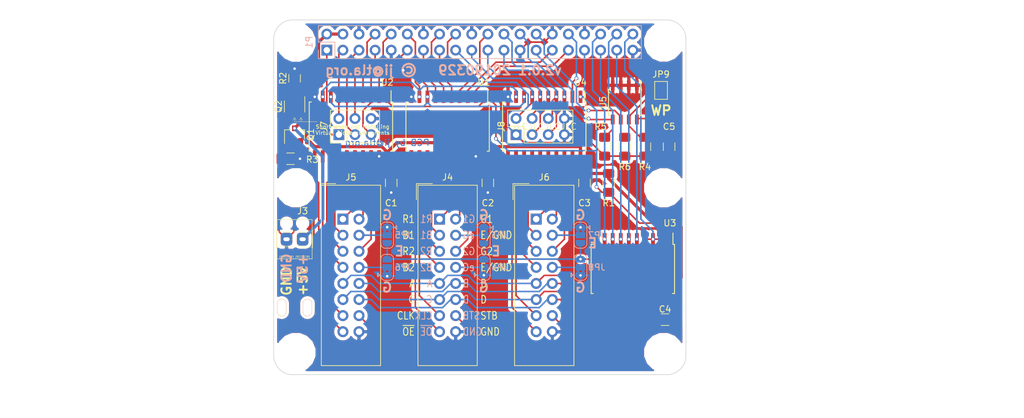
<source format=kicad_pcb>
(kicad_pcb (version 20171130) (host pcbnew 5.0.2-bee76a0~70~ubuntu18.04.1)
  (title_block (title "Led matrix driver") (date 2019-03-13) (rev 1.2) (company "TLA CONSULTING, LLC") (comment 2 "Based on https://github.com/hzeller/rpi-rgb-led-matrix/") (comment 3 "Creative Commons Attribution Required"))
  (layers (0 F.Cu signal) (31 B.Cu signal) (34 B.Paste user) (35 F.Paste user) (36 B.SilkS user) (37 F.SilkS user) (38 B.Mask user) (39 F.Mask user) (44 Edge.Cuts user))
  (net 0 "")
  (net 1 /R1_1_R)
  (net 2 /G1_1_R)
  (net 3 /B1_1_R)
  (net 4 GND)
  (net 5 /R2_1_R)
  (net 6 /G2_1_R)
  (net 7 /B2_1_R)
  (net 8 /A_R)
  (net 9 /B_R)
  (net 10 /C_R)
  (net 11 /D_R)
  (net 12 /B2_2_R)
  (net 13 /G2_2_R)
  (net 14 /R2_2_R)
  (net 15 /B1_2_R)
  (net 16 /G1_2_R)
  (net 17 /R1_2_R)
  (net 18 /R1_3_R)
  (net 19 /G1_3_R)
  (net 20 /B1_3_R)
  (net 21 /R2_3_R)
  (net 22 /G2_3_R)
  (net 23 /B2_3_R)
  (net 24 /A)
  (net 25 /B)
  (net 26 /C)
  (net 27 /D)
  (net 28 /STROBE)
  (net 29 /~OE)
  (net 30 +5V)
  (net 31 "Net-(R1-Pad2)")
  (net 32 /B2_1)
  (net 33 /R2_1)
  (net 34 /B1_1)
  (net 35 /R1_1)
  (net 36 /G2_1)
  (net 37 /G1_1)
  (net 38 /E_R)
  (net 39 /B2_2)
  (net 40 /B1_2)
  (net 41 /R1_2)
  (net 42 /G2_2)
  (net 43 /G1_2)
  (net 44 /B2_3)
  (net 45 /B1_3)
  (net 46 /G2_3)
  (net 47 /G1_3)
  (net 48 /CLK)
  (net 49 /E)
  (net 50 /ID_SC)
  (net 51 /ID_SD)
  (net 52 +3V3)
  (net 53 "Net-(Q1-Pad1)")
  (net 54 "Net-(Q2-Pad1)")
  (net 55 /~OE_1_R)
  (net 56 /STROBE_1_R)
  (net 57 /CLK_1_R)
  (net 58 "Net-(J4-Pad8)")
  (net 59 "Net-(J4-Pad4)")
  (net 60 /~OE_2_R)
  (net 61 /STROBE_2_R)
  (net 62 /CLK_2_R)
  (net 63 "Net-(J5-Pad8)")
  (net 64 "Net-(J5-Pad4)")
  (net 65 /~OE_3_R)
  (net 66 /STROBE_3_R)
  (net 67 /CLK_3_R)
  (net 68 "Net-(J6-Pad8)")
  (net 69 "Net-(J6-Pad4)")
  (net 70 "Net-(JP9-Pad1)")
  (net 71 +5VP)
  (net 72 /P_SCL)
  (net 73 /P_CE0)
  (net 74 /P_MISO)
  (module Package_SO:SOIC-20W_7.5x12.8mm_P1.27mm (layer F.Cu) (at 48.26 34.544 270)
    (fp_text reference U3 (at -7.239 -5.842) (layer F.SilkS))
    (fp_text value 74HCT245 hide)
    (pad 20 smd rect (at 4.7 -5.715 270) (size 1.95 0.6) (layers F.Cu F.Paste F.Mask) (net 30 +5V))
    (pad 19 smd rect (at 4.7 -4.445 270) (size 1.95 0.6) (layers F.Cu F.Paste F.Mask) (net 4 GND))
    (pad 18 smd rect (at 4.7 -3.175 270) (size 1.95 0.6) (layers F.Cu F.Paste F.Mask) (net 61 /STROBE_2_R))
    (pad 17 smd rect (at 4.7 -1.905 270) (size 1.95 0.6) (layers F.Cu F.Paste F.Mask) (net 56 /STROBE_1_R))
    (pad 16 smd rect (at 4.7 -0.635 270) (size 1.95 0.6) (layers F.Cu F.Paste F.Mask) (net 66 /STROBE_3_R))
    (pad 15 smd rect (at 4.7 0.635 270) (size 1.95 0.6) (layers F.Cu F.Paste F.Mask) (net 11 /D_R))
    (pad 14 smd rect (at 4.7 1.905 270) (size 1.95 0.6) (layers F.Cu F.Paste F.Mask) (net 10 /C_R))
    (pad 13 smd rect (at 4.7 3.175 270) (size 1.95 0.6) (layers F.Cu F.Paste F.Mask) (net 9 /B_R))
    (pad 12 smd rect (at 4.7 4.445 270) (size 1.95 0.6) (layers F.Cu F.Paste F.Mask) (net 8 /A_R))
    (pad 11 smd rect (at 4.7 5.715 270) (size 1.95 0.6) (layers F.Cu F.Paste F.Mask) (net 38 /E_R))
    (pad 10 smd rect (at -4.7 5.715 270) (size 1.95 0.6) (layers F.Cu F.Paste F.Mask) (net 4 GND))
    (pad 9 smd rect (at -4.7 4.445 270) (size 1.95 0.6) (layers F.Cu F.Paste F.Mask) (net 49 /E))
    (pad 8 smd rect (at -4.7 3.175 270) (size 1.95 0.6) (layers F.Cu F.Paste F.Mask) (net 24 /A))
    (pad 7 smd rect (at -4.7 1.905 270) (size 1.95 0.6) (layers F.Cu F.Paste F.Mask) (net 25 /B))
    (pad 6 smd rect (at -4.7 0.635 270) (size 1.95 0.6) (layers F.Cu F.Paste F.Mask) (net 26 /C))
    (pad 5 smd rect (at -4.7 -0.635 270) (size 1.95 0.6) (layers F.Cu F.Paste F.Mask) (net 27 /D))
    (pad 4 smd rect (at -4.7 -1.905 270) (size 1.95 0.6) (layers F.Cu F.Paste F.Mask) (net 28 /STROBE))
    (pad 3 smd rect (at -4.7 -3.175 270) (size 1.95 0.6) (layers F.Cu F.Paste F.Mask) (net 28 /STROBE))
    (pad 2 smd rect (at -4.7 -4.445 270) (size 1.95 0.6) (layers F.Cu F.Paste F.Mask) (net 28 /STROBE))
    (pad 1 smd rect (at -4.7 -5.715 270) (size 1.95 0.6) (layers F.Cu F.Paste F.Mask) (net 31 "Net-(R1-Pad2)"))
  )
  (module Capacitor_SMD:C_1206_3216Metric_Pad1.42x1.75mm_HandSolder (layer F.Cu) (at 53.34 42.545 180)
    (fp_text reference C4 (at 0 1.651) (layer F.SilkS))
    (fp_text value 100nF hide)
    (pad 2 smd roundrect (at 1.4875 0 180) (size 1.425 1.75) (layers F.Cu F.Paste F.Mask) (roundrect_rratio 0.175439) (net 4 GND))
    (pad 1 smd roundrect (at -1.4875 0 180) (size 1.425 1.75) (layers F.Cu F.Paste F.Mask) (roundrect_rratio 0.175439) (net 30 +5V))
  )
  (module Connector_IDC:IDC-Header_2x08_P2.54mm_Vertical (layer F.Cu) (at 33.02 26.67)
    (fp_text reference J6 (at 1.27 -6.604) (layer F.SilkS))
    (fp_text value Conn_02x08_Odd_Even hide)
    (pad 1 thru_hole rect (at 0 0) (size 1.7272 1.7272) (drill 1.016) (layers *.Cu *.Mask) (net 18 /R1_3_R))
    (pad 2 thru_hole oval (at 2.54 0) (size 1.7272 1.7272) (drill 1.016) (layers *.Cu *.Mask) (net 19 /G1_3_R))
    (pad 3 thru_hole oval (at 0 2.54) (size 1.7272 1.7272) (drill 1.016) (layers *.Cu *.Mask) (net 20 /B1_3_R))
    (pad 4 thru_hole oval (at 2.54 2.54) (size 1.7272 1.7272) (drill 1.016) (layers *.Cu *.Mask) (net 69 "Net-(J6-Pad4)"))
    (pad 5 thru_hole oval (at 0 5.08) (size 1.7272 1.7272) (drill 1.016) (layers *.Cu *.Mask) (net 21 /R2_3_R))
    (pad 6 thru_hole oval (at 2.54 5.08) (size 1.7272 1.7272) (drill 1.016) (layers *.Cu *.Mask) (net 22 /G2_3_R))
    (pad 7 thru_hole oval (at 0 7.62) (size 1.7272 1.7272) (drill 1.016) (layers *.Cu *.Mask) (net 23 /B2_3_R))
    (pad 8 thru_hole oval (at 2.54 7.62) (size 1.7272 1.7272) (drill 1.016) (layers *.Cu *.Mask) (net 68 "Net-(J6-Pad8)"))
    (pad 9 thru_hole oval (at 0 10.16) (size 1.7272 1.7272) (drill 1.016) (layers *.Cu *.Mask) (net 8 /A_R))
    (pad 10 thru_hole oval (at 2.54 10.16) (size 1.7272 1.7272) (drill 1.016) (layers *.Cu *.Mask) (net 9 /B_R))
    (pad 11 thru_hole oval (at 0 12.7) (size 1.7272 1.7272) (drill 1.016) (layers *.Cu *.Mask) (net 10 /C_R))
    (pad 12 thru_hole oval (at 2.54 12.7) (size 1.7272 1.7272) (drill 1.016) (layers *.Cu *.Mask) (net 11 /D_R))
    (pad 13 thru_hole oval (at 0 15.24) (size 1.7272 1.7272) (drill 1.016) (layers *.Cu *.Mask) (net 67 /CLK_3_R))
    (pad 14 thru_hole oval (at 2.54 15.24) (size 1.7272 1.7272) (drill 1.016) (layers *.Cu *.Mask) (net 66 /STROBE_3_R))
    (pad 15 thru_hole oval (at 0 17.78) (size 1.7272 1.7272) (drill 1.016) (layers *.Cu *.Mask) (net 65 /~OE_3_R))
    (pad 16 thru_hole oval (at 2.54 17.78) (size 1.7272 1.7272) (drill 1.016) (layers *.Cu *.Mask) (net 4 GND))
  )
  (module Connector_IDC:IDC-Header_2x08_P2.54mm_Vertical (layer F.Cu) (at 17.78 26.67)
    (fp_text reference J4 (at 1.27 -6.604) (layer F.SilkS))
    (fp_text value Conn_02x08_Odd_Even hide)
    (pad 1 thru_hole rect (at 0 0) (size 1.7272 1.7272) (drill 1.016) (layers *.Cu *.Mask) (net 1 /R1_1_R))
    (pad 2 thru_hole oval (at 2.54 0) (size 1.7272 1.7272) (drill 1.016) (layers *.Cu *.Mask) (net 2 /G1_1_R))
    (pad 3 thru_hole oval (at 0 2.54) (size 1.7272 1.7272) (drill 1.016) (layers *.Cu *.Mask) (net 3 /B1_1_R))
    (pad 4 thru_hole oval (at 2.54 2.54) (size 1.7272 1.7272) (drill 1.016) (layers *.Cu *.Mask) (net 59 "Net-(J4-Pad4)"))
    (pad 5 thru_hole oval (at 0 5.08) (size 1.7272 1.7272) (drill 1.016) (layers *.Cu *.Mask) (net 5 /R2_1_R))
    (pad 6 thru_hole oval (at 2.54 5.08) (size 1.7272 1.7272) (drill 1.016) (layers *.Cu *.Mask) (net 6 /G2_1_R))
    (pad 7 thru_hole oval (at 0 7.62) (size 1.7272 1.7272) (drill 1.016) (layers *.Cu *.Mask) (net 7 /B2_1_R))
    (pad 8 thru_hole oval (at 2.54 7.62) (size 1.7272 1.7272) (drill 1.016) (layers *.Cu *.Mask) (net 58 "Net-(J4-Pad8)"))
    (pad 9 thru_hole oval (at 0 10.16) (size 1.7272 1.7272) (drill 1.016) (layers *.Cu *.Mask) (net 8 /A_R))
    (pad 10 thru_hole oval (at 2.54 10.16) (size 1.7272 1.7272) (drill 1.016) (layers *.Cu *.Mask) (net 9 /B_R))
    (pad 11 thru_hole oval (at 0 12.7) (size 1.7272 1.7272) (drill 1.016) (layers *.Cu *.Mask) (net 10 /C_R))
    (pad 12 thru_hole oval (at 2.54 12.7) (size 1.7272 1.7272) (drill 1.016) (layers *.Cu *.Mask) (net 11 /D_R))
    (pad 13 thru_hole oval (at 0 15.24) (size 1.7272 1.7272) (drill 1.016) (layers *.Cu *.Mask) (net 57 /CLK_1_R))
    (pad 14 thru_hole oval (at 2.54 15.24) (size 1.7272 1.7272) (drill 1.016) (layers *.Cu *.Mask) (net 56 /STROBE_1_R))
    (pad 15 thru_hole oval (at 0 17.78) (size 1.7272 1.7272) (drill 1.016) (layers *.Cu *.Mask) (net 55 /~OE_1_R))
    (pad 16 thru_hole oval (at 2.54 17.78) (size 1.7272 1.7272) (drill 1.016) (layers *.Cu *.Mask) (net 4 GND))
  )
  (module Connector_IDC:IDC-Header_2x08_P2.54mm_Vertical (layer F.Cu) (at 2.54 26.67)
    (fp_text reference J5 (at 1.27 -6.604) (layer F.SilkS))
    (fp_text value Conn_02x08_Odd_Even hide)
    (pad 1 thru_hole rect (at 0 0) (size 1.7272 1.7272) (drill 1.016) (layers *.Cu *.Mask) (net 17 /R1_2_R))
    (pad 2 thru_hole oval (at 2.54 0) (size 1.7272 1.7272) (drill 1.016) (layers *.Cu *.Mask) (net 16 /G1_2_R))
    (pad 3 thru_hole oval (at 0 2.54) (size 1.7272 1.7272) (drill 1.016) (layers *.Cu *.Mask) (net 15 /B1_2_R))
    (pad 4 thru_hole oval (at 2.54 2.54) (size 1.7272 1.7272) (drill 1.016) (layers *.Cu *.Mask) (net 64 "Net-(J5-Pad4)"))
    (pad 5 thru_hole oval (at 0 5.08) (size 1.7272 1.7272) (drill 1.016) (layers *.Cu *.Mask) (net 14 /R2_2_R))
    (pad 6 thru_hole oval (at 2.54 5.08) (size 1.7272 1.7272) (drill 1.016) (layers *.Cu *.Mask) (net 13 /G2_2_R))
    (pad 7 thru_hole oval (at 0 7.62) (size 1.7272 1.7272) (drill 1.016) (layers *.Cu *.Mask) (net 12 /B2_2_R))
    (pad 8 thru_hole oval (at 2.54 7.62) (size 1.7272 1.7272) (drill 1.016) (layers *.Cu *.Mask) (net 63 "Net-(J5-Pad8)"))
    (pad 9 thru_hole oval (at 0 10.16) (size 1.7272 1.7272) (drill 1.016) (layers *.Cu *.Mask) (net 8 /A_R))
    (pad 10 thru_hole oval (at 2.54 10.16) (size 1.7272 1.7272) (drill 1.016) (layers *.Cu *.Mask) (net 9 /B_R))
    (pad 11 thru_hole oval (at 0 12.7) (size 1.7272 1.7272) (drill 1.016) (layers *.Cu *.Mask) (net 10 /C_R))
    (pad 12 thru_hole oval (at 2.54 12.7) (size 1.7272 1.7272) (drill 1.016) (layers *.Cu *.Mask) (net 11 /D_R))
    (pad 13 thru_hole oval (at 0 15.24) (size 1.7272 1.7272) (drill 1.016) (layers *.Cu *.Mask) (net 62 /CLK_2_R))
    (pad 14 thru_hole oval (at 2.54 15.24) (size 1.7272 1.7272) (drill 1.016) (layers *.Cu *.Mask) (net 61 /STROBE_2_R))
    (pad 15 thru_hole oval (at 0 17.78) (size 1.7272 1.7272) (drill 1.016) (layers *.Cu *.Mask) (net 60 /~OE_2_R))
    (pad 16 thru_hole oval (at 2.54 17.78) (size 1.7272 1.7272) (drill 1.016) (layers *.Cu *.Mask) (net 4 GND))
  )
  (module Connector_PinSocket_2.54mm:PinSocket_2x20_P2.54mm_Vertical (layer B.Cu) (at 0 0 270)
    (fp_text reference P1 (at -1.27 2.77 270) (layer B.SilkS) (effects (justify mirror)))
    (fp_text value Raspberry_Pi_2_3)
    (pad 40 thru_hole oval (at -2.54 -48.26 270) (size 1.7 1.7) (drill 1) (layers *.Cu *.Mask) (net 28 /STROBE))
    (pad 39 thru_hole oval (at 0 -48.26 270) (size 1.7 1.7) (drill 1) (layers *.Cu *.Mask) (net 4 GND))
    (pad 38 thru_hole oval (at -2.54 -45.72 270) (size 1.7 1.7) (drill 1) (layers *.Cu *.Mask) (net 26 /C))
    (pad 37 thru_hole oval (at 0 -45.72 270) (size 1.7 1.7) (drill 1) (layers *.Cu *.Mask) (net 27 /D))
    (pad 36 thru_hole oval (at -2.54 -43.18 270) (size 1.7 1.7) (drill 1) (layers *.Cu *.Mask) (net 24 /A))
    (pad 35 thru_hole oval (at 0 -43.18 270) (size 1.7 1.7) (drill 1) (layers *.Cu *.Mask) (net 25 /B))
    (pad 34 thru_hole oval (at -2.54 -40.64 270) (size 1.7 1.7) (drill 1) (layers *.Cu *.Mask) (net 4 GND))
    (pad 33 thru_hole oval (at 0 -40.64 270) (size 1.7 1.7) (drill 1) (layers *.Cu *.Mask) (net 49 /E))
    (pad 32 thru_hole oval (at -2.54 -38.1 270) (size 1.7 1.7) (drill 1) (layers *.Cu *.Mask) (net 46 /G2_3))
    (pad 31 thru_hole oval (at 0 -38.1 270) (size 1.7 1.7) (drill 1) (layers *.Cu *.Mask) (net 36 /G2_1))
    (pad 30 thru_hole oval (at -2.54 -35.56 270) (size 1.7 1.7) (drill 1) (layers *.Cu *.Mask) (net 4 GND))
    (pad 29 thru_hole oval (at 0 -35.56 270) (size 1.7 1.7) (drill 1) (layers *.Cu *.Mask) (net 37 /G1_1))
    (pad 28 thru_hole oval (at -2.54 -33.02 270) (size 1.7 1.7) (drill 1) (layers *.Cu *.Mask) (net 50 /ID_SC))
    (pad 27 thru_hole oval (at 0 -33.02 270) (size 1.7 1.7) (drill 1) (layers *.Cu *.Mask) (net 51 /ID_SD))
    (pad 26 thru_hole oval (at -2.54 -30.48 270) (size 1.7 1.7) (drill 1) (layers *.Cu *.Mask) (net 47 /G1_3))
    (pad 25 thru_hole oval (at 0 -30.48 270) (size 1.7 1.7) (drill 1) (layers *.Cu *.Mask) (net 4 GND))
    (pad 24 thru_hole oval (at -2.54 -27.94 270) (size 1.7 1.7) (drill 1) (layers *.Cu *.Mask) (net 73 /P_CE0))
    (pad 23 thru_hole oval (at 0 -27.94 270) (size 1.7 1.7) (drill 1) (layers *.Cu *.Mask) (net 45 /B1_3))
    (pad 22 thru_hole oval (at -2.54 -25.4 270) (size 1.7 1.7) (drill 1) (layers *.Cu *.Mask) (net 35 /R1_1))
    (pad 21 thru_hole oval (at 0 -25.4 270) (size 1.7 1.7) (drill 1) (layers *.Cu *.Mask) (net 74 /P_MISO))
    (pad 20 thru_hole oval (at -2.54 -22.86 270) (size 1.7 1.7) (drill 1) (layers *.Cu *.Mask) (net 4 GND))
    (pad 19 thru_hole oval (at 0 -22.86 270) (size 1.7 1.7) (drill 1) (layers *.Cu *.Mask) (net 44 /B2_3))
    (pad 18 thru_hole oval (at -2.54 -20.32 270) (size 1.7 1.7) (drill 1) (layers *.Cu *.Mask) (net 34 /B1_1))
    (pad 17 thru_hole oval (at 0 -20.32 270) (size 1.7 1.7) (drill 1) (layers *.Cu *.Mask) (net 52 +3V3))
    (pad 16 thru_hole oval (at -2.54 -17.78 270) (size 1.7 1.7) (drill 1) (layers *.Cu *.Mask) (net 32 /B2_1))
    (pad 15 thru_hole oval (at 0 -17.78 270) (size 1.7 1.7) (drill 1) (layers *.Cu *.Mask) (net 33 /R2_1))
    (pad 14 thru_hole oval (at -2.54 -15.24 270) (size 1.7 1.7) (drill 1) (layers *.Cu *.Mask) (net 4 GND))
    (pad 13 thru_hole oval (at 0 -15.24 270) (size 1.7 1.7) (drill 1) (layers *.Cu *.Mask) (net 48 /CLK))
    (pad 12 thru_hole oval (at -2.54 -12.7 270) (size 1.7 1.7) (drill 1) (layers *.Cu *.Mask) (net 29 /~OE))
    (pad 11 thru_hole oval (at 0 -12.7 270) (size 1.7 1.7) (drill 1) (layers *.Cu *.Mask) (net 42 /G2_2))
    (pad 10 thru_hole oval (at -2.54 -10.16 270) (size 1.7 1.7) (drill 1) (layers *.Cu *.Mask) (net 43 /G1_2))
    (pad 9 thru_hole oval (at 0 -10.16 270) (size 1.7 1.7) (drill 1) (layers *.Cu *.Mask) (net 4 GND))
    (pad 8 thru_hole oval (at -2.54 -7.62 270) (size 1.7 1.7) (drill 1) (layers *.Cu *.Mask) (net 40 /B1_2))
    (pad 7 thru_hole oval (at 0 -7.62 270) (size 1.7 1.7) (drill 1) (layers *.Cu *.Mask) (net 41 /R1_2))
    (pad 6 thru_hole oval (at -2.54 -5.08 270) (size 1.7 1.7) (drill 1) (layers *.Cu *.Mask) (net 4 GND))
    (pad 5 thru_hole oval (at 0 -5.08 270) (size 1.7 1.7) (drill 1) (layers *.Cu *.Mask) (net 72 /P_SCL))
    (pad 4 thru_hole oval (at -2.54 -2.54 270) (size 1.7 1.7) (drill 1) (layers *.Cu *.Mask) (net 30 +5V))
    (pad 3 thru_hole oval (at 0 -2.54 270) (size 1.7 1.7) (drill 1) (layers *.Cu *.Mask) (net 39 /B2_2))
    (pad 2 thru_hole oval (at -2.54 0 270) (size 1.7 1.7) (drill 1) (layers *.Cu *.Mask) (net 30 +5V))
    (pad 1 thru_hole rect (at 0 0 270) (size 1.7 1.7) (drill 1) (layers *.Cu *.Mask) (net 52 +3V3))
  )
  (module Package_SO:SOIC-20W_7.5x12.8mm_P1.27mm (layer F.Cu) (at 19.05 12.065 270)
    (fp_text reference U1 (at -6.985 -5.715) (layer F.SilkS))
    (fp_text value 74HCT245 hide)
    (pad 1 smd rect (at -4.7 -5.715 270) (size 1.95 0.6) (layers F.Cu F.Paste F.Mask) (net 31 "Net-(R1-Pad2)"))
    (pad 2 smd rect (at -4.7 -4.445 270) (size 1.95 0.6) (layers F.Cu F.Paste F.Mask) (net 36 /G2_1))
    (pad 3 smd rect (at -4.7 -3.175 270) (size 1.95 0.6) (layers F.Cu F.Paste F.Mask) (net 37 /G1_1))
    (pad 4 smd rect (at -4.7 -1.905 270) (size 1.95 0.6) (layers F.Cu F.Paste F.Mask) (net 35 /R1_1))
    (pad 5 smd rect (at -4.7 -0.635 270) (size 1.95 0.6) (layers F.Cu F.Paste F.Mask) (net 34 /B1_1))
    (pad 6 smd rect (at -4.7 0.635 270) (size 1.95 0.6) (layers F.Cu F.Paste F.Mask) (net 33 /R2_1))
    (pad 7 smd rect (at -4.7 1.905 270) (size 1.95 0.6) (layers F.Cu F.Paste F.Mask) (net 32 /B2_1))
    (pad 8 smd rect (at -4.7 3.175 270) (size 1.95 0.6) (layers F.Cu F.Paste F.Mask) (net 48 /CLK))
    (pad 9 smd rect (at -4.7 4.445 270) (size 1.95 0.6) (layers F.Cu F.Paste F.Mask) (net 29 /~OE))
    (pad 10 smd rect (at -4.7 5.715 270) (size 1.95 0.6) (layers F.Cu F.Paste F.Mask) (net 4 GND))
    (pad 11 smd rect (at 4.7 5.715 270) (size 1.95 0.6) (layers F.Cu F.Paste F.Mask) (net 55 /~OE_1_R))
    (pad 12 smd rect (at 4.7 4.445 270) (size 1.95 0.6) (layers F.Cu F.Paste F.Mask) (net 57 /CLK_1_R))
    (pad 13 smd rect (at 4.7 3.175 270) (size 1.95 0.6) (layers F.Cu F.Paste F.Mask) (net 7 /B2_1_R))
    (pad 14 smd rect (at 4.7 1.905 270) (size 1.95 0.6) (layers F.Cu F.Paste F.Mask) (net 5 /R2_1_R))
    (pad 15 smd rect (at 4.7 0.635 270) (size 1.95 0.6) (layers F.Cu F.Paste F.Mask) (net 3 /B1_1_R))
    (pad 16 smd rect (at 4.7 -0.635 270) (size 1.95 0.6) (layers F.Cu F.Paste F.Mask) (net 1 /R1_1_R))
    (pad 17 smd rect (at 4.7 -1.905 270) (size 1.95 0.6) (layers F.Cu F.Paste F.Mask) (net 2 /G1_1_R))
    (pad 18 smd rect (at 4.7 -3.175 270) (size 1.95 0.6) (layers F.Cu F.Paste F.Mask) (net 6 /G2_1_R))
    (pad 19 smd rect (at 4.7 -4.445 270) (size 1.95 0.6) (layers F.Cu F.Paste F.Mask) (net 4 GND))
    (pad 20 smd rect (at 4.7 -5.715 270) (size 1.95 0.6) (layers F.Cu F.Paste F.Mask) (net 30 +5V))
  )
  (module Package_SO:SOIC-20W_7.5x12.8mm_P1.27mm (layer F.Cu) (at 3.81 12.065 270)
    (fp_text reference U2 (at -6.985 -5.715) (layer F.SilkS))
    (fp_text value 74HCT245 hide)
    (pad 1 smd rect (at -4.7 -5.715 270) (size 1.95 0.6) (layers F.Cu F.Paste F.Mask) (net 31 "Net-(R1-Pad2)"))
    (pad 2 smd rect (at -4.7 -4.445 270) (size 1.95 0.6) (layers F.Cu F.Paste F.Mask) (net 42 /G2_2))
    (pad 3 smd rect (at -4.7 -3.175 270) (size 1.95 0.6) (layers F.Cu F.Paste F.Mask) (net 43 /G1_2))
    (pad 4 smd rect (at -4.7 -1.905 270) (size 1.95 0.6) (layers F.Cu F.Paste F.Mask) (net 41 /R1_2))
    (pad 5 smd rect (at -4.7 -0.635 270) (size 1.95 0.6) (layers F.Cu F.Paste F.Mask) (net 40 /B1_2))
    (pad 6 smd rect (at -4.7 0.635 270) (size 1.95 0.6) (layers F.Cu F.Paste F.Mask) (net 72 /P_SCL))
    (pad 7 smd rect (at -4.7 1.905 270) (size 1.95 0.6) (layers F.Cu F.Paste F.Mask) (net 39 /B2_2))
    (pad 8 smd rect (at -4.7 3.175 270) (size 1.95 0.6) (layers F.Cu F.Paste F.Mask) (net 48 /CLK))
    (pad 9 smd rect (at -4.7 4.445 270) (size 1.95 0.6) (layers F.Cu F.Paste F.Mask) (net 29 /~OE))
    (pad 10 smd rect (at -4.7 5.715 270) (size 1.95 0.6) (layers F.Cu F.Paste F.Mask) (net 4 GND))
    (pad 11 smd rect (at 4.7 5.715 270) (size 1.95 0.6) (layers F.Cu F.Paste F.Mask) (net 60 /~OE_2_R))
    (pad 12 smd rect (at 4.7 4.445 270) (size 1.95 0.6) (layers F.Cu F.Paste F.Mask) (net 62 /CLK_2_R))
    (pad 13 smd rect (at 4.7 3.175 270) (size 1.95 0.6) (layers F.Cu F.Paste F.Mask) (net 12 /B2_2_R))
    (pad 14 smd rect (at 4.7 1.905 270) (size 1.95 0.6) (layers F.Cu F.Paste F.Mask) (net 14 /R2_2_R))
    (pad 15 smd rect (at 4.7 0.635 270) (size 1.95 0.6) (layers F.Cu F.Paste F.Mask) (net 15 /B1_2_R))
    (pad 16 smd rect (at 4.7 -0.635 270) (size 1.95 0.6) (layers F.Cu F.Paste F.Mask) (net 17 /R1_2_R))
    (pad 17 smd rect (at 4.7 -1.905 270) (size 1.95 0.6) (layers F.Cu F.Paste F.Mask) (net 16 /G1_2_R))
    (pad 18 smd rect (at 4.7 -3.175 270) (size 1.95 0.6) (layers F.Cu F.Paste F.Mask) (net 13 /G2_2_R))
    (pad 19 smd rect (at 4.7 -4.445 270) (size 1.95 0.6) (layers F.Cu F.Paste F.Mask) (net 4 GND))
    (pad 20 smd rect (at 4.7 -5.715 270) (size 1.95 0.6) (layers F.Cu F.Paste F.Mask) (net 30 +5V))
  )
  (module Package_SO:SOIC-20W_7.5x12.8mm_P1.27mm (layer F.Cu) (at 34.29 12.065 270)
    (fp_text reference U4 (at -6.985 -5.715) (layer F.SilkS))
    (fp_text value 74HCT245 hide)
    (pad 1 smd rect (at -4.7 -5.715 270) (size 1.95 0.6) (layers F.Cu F.Paste F.Mask) (net 31 "Net-(R1-Pad2)"))
    (pad 2 smd rect (at -4.7 -4.445 270) (size 1.95 0.6) (layers F.Cu F.Paste F.Mask) (net 46 /G2_3))
    (pad 3 smd rect (at -4.7 -3.175 270) (size 1.95 0.6) (layers F.Cu F.Paste F.Mask) (net 47 /G1_3))
    (pad 4 smd rect (at -4.7 -1.905 270) (size 1.95 0.6) (layers F.Cu F.Paste F.Mask) (net 73 /P_CE0))
    (pad 5 smd rect (at -4.7 -0.635 270) (size 1.95 0.6) (layers F.Cu F.Paste F.Mask) (net 45 /B1_3))
    (pad 6 smd rect (at -4.7 0.635 270) (size 1.95 0.6) (layers F.Cu F.Paste F.Mask) (net 74 /P_MISO))
    (pad 7 smd rect (at -4.7 1.905 270) (size 1.95 0.6) (layers F.Cu F.Paste F.Mask) (net 44 /B2_3))
    (pad 8 smd rect (at -4.7 3.175 270) (size 1.95 0.6) (layers F.Cu F.Paste F.Mask) (net 48 /CLK))
    (pad 9 smd rect (at -4.7 4.445 270) (size 1.95 0.6) (layers F.Cu F.Paste F.Mask) (net 29 /~OE))
    (pad 10 smd rect (at -4.7 5.715 270) (size 1.95 0.6) (layers F.Cu F.Paste F.Mask) (net 4 GND))
    (pad 11 smd rect (at 4.7 5.715 270) (size 1.95 0.6) (layers F.Cu F.Paste F.Mask) (net 65 /~OE_3_R))
    (pad 12 smd rect (at 4.7 4.445 270) (size 1.95 0.6) (layers F.Cu F.Paste F.Mask) (net 67 /CLK_3_R))
    (pad 13 smd rect (at 4.7 3.175 270) (size 1.95 0.6) (layers F.Cu F.Paste F.Mask) (net 23 /B2_3_R))
    (pad 14 smd rect (at 4.7 1.905 270) (size 1.95 0.6) (layers F.Cu F.Paste F.Mask) (net 21 /R2_3_R))
    (pad 15 smd rect (at 4.7 0.635 270) (size 1.95 0.6) (layers F.Cu F.Paste F.Mask) (net 20 /B1_3_R))
    (pad 16 smd rect (at 4.7 -0.635 270) (size 1.95 0.6) (layers F.Cu F.Paste F.Mask) (net 18 /R1_3_R))
    (pad 17 smd rect (at 4.7 -1.905 270) (size 1.95 0.6) (layers F.Cu F.Paste F.Mask) (net 19 /G1_3_R))
    (pad 18 smd rect (at 4.7 -3.175 270) (size 1.95 0.6) (layers F.Cu F.Paste F.Mask) (net 22 /G2_3_R))
    (pad 19 smd rect (at 4.7 -4.445 270) (size 1.95 0.6) (layers F.Cu F.Paste F.Mask) (net 4 GND))
    (pad 20 smd rect (at 4.7 -5.715 270) (size 1.95 0.6) (layers F.Cu F.Paste F.Mask) (net 30 +5V))
  )
  (module Capacitor_SMD:C_1206_3216Metric_Pad1.42x1.75mm_HandSolder (layer F.Cu) (at 10.16 20.955 270)
    (fp_text reference C1 (at 3.175 0) (layer F.SilkS))
    (fp_text value 100nF hide)
    (pad 1 smd roundrect (at -1.4875 0 270) (size 1.425 1.75) (layers F.Cu F.Paste F.Mask) (roundrect_rratio 0.175439) (net 30 +5V))
    (pad 2 smd roundrect (at 1.4875 0 270) (size 1.425 1.75) (layers F.Cu F.Paste F.Mask) (roundrect_rratio 0.175439) (net 4 GND))
  )
  (module Capacitor_SMD:C_1206_3216Metric_Pad1.42x1.75mm_HandSolder (layer F.Cu) (at 25.4 20.955 270)
    (fp_text reference C2 (at 3.175 0) (layer F.SilkS))
    (fp_text value 100nF hide)
    (pad 1 smd roundrect (at -1.4875 0 270) (size 1.425 1.75) (layers F.Cu F.Paste F.Mask) (roundrect_rratio 0.175439) (net 30 +5V))
    (pad 2 smd roundrect (at 1.4875 0 270) (size 1.425 1.75) (layers F.Cu F.Paste F.Mask) (roundrect_rratio 0.175439) (net 4 GND))
  )
  (module Capacitor_SMD:C_1206_3216Metric_Pad1.42x1.75mm_HandSolder (layer F.Cu) (at 40.64 20.955 270)
    (fp_text reference C3 (at 3.175 0) (layer F.SilkS))
    (fp_text value 100nF hide)
    (pad 1 smd roundrect (at -1.4875 0 270) (size 1.425 1.75) (layers F.Cu F.Paste F.Mask) (roundrect_rratio 0.175439) (net 30 +5V))
    (pad 2 smd roundrect (at 1.4875 0 270) (size 1.425 1.75) (layers F.Cu F.Paste F.Mask) (roundrect_rratio 0.175439) (net 4 GND))
  )
  (module Jumper:SolderJumper-3_P1.3mm_Bridged2Bar12_RoundedPad1.0x1.5mm (layer B.Cu) (at 24.765 29.24 270)
    (fp_text reference JP3 (at -0.03 -2.54) (layer B.SilkS) (effects (justify mirror)))
    (fp_text value SolderJumper_3_Bridged12)
    (pad 1 smd custom (at -1.3 0 270) (size 1 0.5) (layers B.Cu B.Mask) (net 4 GND) (options (clearance outline) (anchor rect)) (primitives (gr_circle (center 0 -0.25) (end 0.5 -0.25) (width 0)) (gr_circle (center 0 0.25) (end 0.5 0.25) (width 0)) (gr_poly (pts (xy 0.55 0.75) (xy 0 0.75) (xy 0 -0.75) (xy 0.55 -0.75)) (width 0)) (gr_poly (pts (xy 0.4 0.6) (xy 0.9 0.6) (xy 0.9 0.2) (xy 0.4 0.2)) (width 0)) (gr_poly (pts (xy 0.4 -0.2) (xy 0.9 -0.2) (xy 0.9 -0.6) (xy 0.4 -0.6)) (width 0))))
    (pad 3 smd custom (at 1.3 0 270) (size 1 0.5) (layers B.Cu B.Mask) (net 38 /E_R) (options (clearance outline) (anchor rect)) (primitives (gr_circle (center 0 -0.25) (end 0.5 -0.25) (width 0)) (gr_circle (center 0 0.25) (end 0.5 0.25) (width 0)) (gr_poly (pts (xy -0.55 0.75) (xy 0 0.75) (xy 0 -0.75) (xy -0.55 -0.75)) (width 0))))
    (pad 2 smd rect (at 0 0 270) (size 1 1.5) (layers B.Cu B.Mask) (net 59 "Net-(J4-Pad4)"))
  )
  (module Jumper:SolderJumper-3_P1.3mm_Bridged2Bar12_RoundedPad1.0x1.5mm (layer B.Cu) (at 24.765 34.29 90)
    (fp_text reference JP4 (at 0 2.54 180) (layer B.SilkS) (effects (justify mirror)))
    (fp_text value SolderJumper_3_Bridged12)
    (pad 1 smd custom (at -1.3 0 90) (size 1 0.5) (layers B.Cu B.Mask) (net 4 GND) (options (clearance outline) (anchor rect)) (primitives (gr_circle (center 0 -0.25) (end 0.5 -0.25) (width 0)) (gr_circle (center 0 0.25) (end 0.5 0.25) (width 0)) (gr_poly (pts (xy 0.55 0.75) (xy 0 0.75) (xy 0 -0.75) (xy 0.55 -0.75)) (width 0)) (gr_poly (pts (xy 0.4 0.6) (xy 0.9 0.6) (xy 0.9 0.2) (xy 0.4 0.2)) (width 0)) (gr_poly (pts (xy 0.4 -0.2) (xy 0.9 -0.2) (xy 0.9 -0.6) (xy 0.4 -0.6)) (width 0))))
    (pad 3 smd custom (at 1.3 0 90) (size 1 0.5) (layers B.Cu B.Mask) (net 38 /E_R) (options (clearance outline) (anchor rect)) (primitives (gr_circle (center 0 -0.25) (end 0.5 -0.25) (width 0)) (gr_circle (center 0 0.25) (end 0.5 0.25) (width 0)) (gr_poly (pts (xy -0.55 0.75) (xy 0 0.75) (xy 0 -0.75) (xy -0.55 -0.75)) (width 0))))
    (pad 2 smd rect (at 0 0 90) (size 1 1.5) (layers B.Cu B.Mask) (net 58 "Net-(J4-Pad8)"))
  )
  (module Jumper:SolderJumper-3_P1.3mm_Bridged2Bar12_RoundedPad1.0x1.5mm (layer B.Cu) (at 9.525 29.21 270)
    (fp_text reference JP5 (at 0 -2.54 180) (layer B.SilkS) (effects (justify mirror)))
    (fp_text value SolderJumper_3_Bridged12)
    (pad 1 smd custom (at -1.3 0 270) (size 1 0.5) (layers B.Cu B.Mask) (net 4 GND) (options (clearance outline) (anchor rect)) (primitives (gr_circle (center 0 -0.25) (end 0.5 -0.25) (width 0)) (gr_circle (center 0 0.25) (end 0.5 0.25) (width 0)) (gr_poly (pts (xy 0.55 0.75) (xy 0 0.75) (xy 0 -0.75) (xy 0.55 -0.75)) (width 0)) (gr_poly (pts (xy 0.4 0.6) (xy 0.9 0.6) (xy 0.9 0.2) (xy 0.4 0.2)) (width 0)) (gr_poly (pts (xy 0.4 -0.2) (xy 0.9 -0.2) (xy 0.9 -0.6) (xy 0.4 -0.6)) (width 0))))
    (pad 3 smd custom (at 1.3 0 270) (size 1 0.5) (layers B.Cu B.Mask) (net 38 /E_R) (options (clearance outline) (anchor rect)) (primitives (gr_circle (center 0 -0.25) (end 0.5 -0.25) (width 0)) (gr_circle (center 0 0.25) (end 0.5 0.25) (width 0)) (gr_poly (pts (xy -0.55 0.75) (xy 0 0.75) (xy 0 -0.75) (xy -0.55 -0.75)) (width 0))))
    (pad 2 smd rect (at 0 0 270) (size 1 1.5) (layers B.Cu B.Mask) (net 64 "Net-(J5-Pad4)"))
  )
  (module Jumper:SolderJumper-3_P1.3mm_Bridged2Bar12_RoundedPad1.0x1.5mm (layer B.Cu) (at 9.525 34.29 90)
    (fp_text reference JP6 (at 0 2.54 180) (layer B.SilkS) (effects (justify mirror)))
    (fp_text value SolderJumper_3_Bridged12)
    (pad 1 smd custom (at -1.3 0 90) (size 1 0.5) (layers B.Cu B.Mask) (net 4 GND) (options (clearance outline) (anchor rect)) (primitives (gr_circle (center 0 -0.25) (end 0.5 -0.25) (width 0)) (gr_circle (center 0 0.25) (end 0.5 0.25) (width 0)) (gr_poly (pts (xy 0.55 0.75) (xy 0 0.75) (xy 0 -0.75) (xy 0.55 -0.75)) (width 0)) (gr_poly (pts (xy 0.4 0.6) (xy 0.9 0.6) (xy 0.9 0.2) (xy 0.4 0.2)) (width 0)) (gr_poly (pts (xy 0.4 -0.2) (xy 0.9 -0.2) (xy 0.9 -0.6) (xy 0.4 -0.6)) (width 0))))
    (pad 3 smd custom (at 1.3 0 90) (size 1 0.5) (layers B.Cu B.Mask) (net 38 /E_R) (options (clearance outline) (anchor rect)) (primitives (gr_circle (center 0 -0.25) (end 0.5 -0.25) (width 0)) (gr_circle (center 0 0.25) (end 0.5 0.25) (width 0)) (gr_poly (pts (xy -0.55 0.75) (xy 0 0.75) (xy 0 -0.75) (xy -0.55 -0.75)) (width 0))))
    (pad 2 smd rect (at 0 0 90) (size 1 1.5) (layers B.Cu B.Mask) (net 63 "Net-(J5-Pad8)"))
  )
  (module Jumper:SolderJumper-3_P1.3mm_Bridged2Bar12_RoundedPad1.0x1.5mm (layer B.Cu) (at 40.005 29.21 270)
    (fp_text reference JP7 (at 0 -2.54) (layer B.SilkS) (effects (justify mirror)))
    (fp_text value SolderJumper_3_Bridged12)
    (pad 1 smd custom (at -1.3 0 270) (size 1 0.5) (layers B.Cu B.Mask) (net 4 GND) (options (clearance outline) (anchor rect)) (primitives (gr_circle (center 0 -0.25) (end 0.5 -0.25) (width 0)) (gr_circle (center 0 0.25) (end 0.5 0.25) (width 0)) (gr_poly (pts (xy 0.55 0.75) (xy 0 0.75) (xy 0 -0.75) (xy 0.55 -0.75)) (width 0)) (gr_poly (pts (xy 0.4 0.6) (xy 0.9 0.6) (xy 0.9 0.2) (xy 0.4 0.2)) (width 0)) (gr_poly (pts (xy 0.4 -0.2) (xy 0.9 -0.2) (xy 0.9 -0.6) (xy 0.4 -0.6)) (width 0))))
    (pad 3 smd custom (at 1.3 0 270) (size 1 0.5) (layers B.Cu B.Mask) (net 38 /E_R) (options (clearance outline) (anchor rect)) (primitives (gr_circle (center 0 -0.25) (end 0.5 -0.25) (width 0)) (gr_circle (center 0 0.25) (end 0.5 0.25) (width 0)) (gr_poly (pts (xy -0.55 0.75) (xy 0 0.75) (xy 0 -0.75) (xy -0.55 -0.75)) (width 0))))
    (pad 2 smd rect (at 0 0 270) (size 1 1.5) (layers B.Cu B.Mask) (net 69 "Net-(J6-Pad4)"))
  )
  (module Jumper:SolderJumper-3_P1.3mm_Bridged2Bar12_RoundedPad1.0x1.5mm (layer B.Cu) (at 40.005 34.29 90)
    (fp_text reference JP8 (at 0 2.54 180) (layer B.SilkS) (effects (justify mirror)))
    (fp_text value SolderJumper_3_Bridged12)
    (pad 1 smd custom (at -1.3 0 90) (size 1 0.5) (layers B.Cu B.Mask) (net 4 GND) (options (clearance outline) (anchor rect)) (primitives (gr_circle (center 0 -0.25) (end 0.5 -0.25) (width 0)) (gr_circle (center 0 0.25) (end 0.5 0.25) (width 0)) (gr_poly (pts (xy 0.55 0.75) (xy 0 0.75) (xy 0 -0.75) (xy 0.55 -0.75)) (width 0)) (gr_poly (pts (xy 0.4 0.6) (xy 0.9 0.6) (xy 0.9 0.2) (xy 0.4 0.2)) (width 0)) (gr_poly (pts (xy 0.4 -0.2) (xy 0.9 -0.2) (xy 0.9 -0.6) (xy 0.4 -0.6)) (width 0))))
    (pad 3 smd custom (at 1.3 0 90) (size 1 0.5) (layers B.Cu B.Mask) (net 38 /E_R) (options (clearance outline) (anchor rect)) (primitives (gr_circle (center 0 -0.25) (end 0.5 -0.25) (width 0)) (gr_circle (center 0 0.25) (end 0.5 0.25) (width 0)) (gr_poly (pts (xy -0.55 0.75) (xy 0 0.75) (xy 0 -0.75) (xy -0.55 -0.75)) (width 0))))
    (pad 2 smd rect (at 0 0 90) (size 1 1.5) (layers B.Cu B.Mask) (net 68 "Net-(J6-Pad8)"))
  )
  (module Resistor_SMD:R_1206_3216Metric_Pad1.42x1.75mm_HandSolder (layer F.Cu) (at 44.45 20.955 270)
    (fp_text reference R1 (at 3.175 0) (layer F.SilkS))
    (fp_text value 10K)
    (pad 2 smd roundrect (at 1.4875 0 270) (size 1.425 1.75) (layers F.Cu F.Paste F.Mask) (roundrect_rratio 0.175439) (net 31 "Net-(R1-Pad2)"))
    (pad 1 smd roundrect (at -1.4875 0 270) (size 1.425 1.75) (layers F.Cu F.Paste F.Mask) (roundrect_rratio 0.175439) (net 30 +5V))
  )
  (module Jumper:SolderJumper-2_P1.3mm_Bridged_Pad1.0x1.5mm (layer F.Cu) (at 52.705 6.35 90)
    (fp_text reference JP9 (at 2.54 0 180) (layer F.SilkS))
    (fp_text value SolderJumper_2_Bridged hide)
    (pad 2 smd rect (at 0.65 0 90) (size 1 1.5) (layers F.Cu F.Mask) (net 4 GND))
    (pad 1 smd custom (at -0.65 0 90) (size 1 1.5) (layers F.Cu F.Mask) (net 70 "Net-(JP9-Pad1)") (options (clearance outline) (anchor rect)) (primitives (gr_poly (pts (xy 0.4 -0.3) (xy 0.9 -0.3) (xy 0.9 0.3) (xy 0.4 0.3)) (width 0))))
  )
  (module Package_TO_SOT_SMD:SOT-23 (layer F.Cu) (at -5.08 13.335 90)
    (fp_text reference Q1 (at 0 2.54 90) (layer F.SilkS))
    (fp_text value DMG2305UX)
    (pad 3 smd rect (at 1 0 90) (size 0.9 0.8) (layers F.Cu F.Paste F.Mask) (net 71 +5VP))
    (pad 2 smd rect (at -1 0.95 90) (size 0.9 0.8) (layers F.Cu F.Paste F.Mask) (net 30 +5V))
    (pad 1 smd rect (at -1 -0.95 90) (size 0.9 0.8) (layers F.Cu F.Paste F.Mask) (net 53 "Net-(Q1-Pad1)"))
  )
  (module Package_TO_SOT_SMD:SOT-23-6 (layer F.Cu) (at -5.08 8.89 270)
    (fp_text reference Q2 (at 0 2.54 270) (layer F.SilkS))
    (fp_text value DMMT5401)
    (pad 5 smd rect (at 1.1 0 270) (size 1.06 0.65) (layers F.Cu F.Paste F.Mask) (net 30 +5V))
    (pad 6 smd rect (at 1.1 -0.95 270) (size 1.06 0.65) (layers F.Cu F.Paste F.Mask) (net 71 +5VP))
    (pad 4 smd rect (at 1.1 0.95 270) (size 1.06 0.65) (layers F.Cu F.Paste F.Mask) (net 53 "Net-(Q1-Pad1)"))
    (pad 3 smd rect (at -1.1 0.95 270) (size 1.06 0.65) (layers F.Cu F.Paste F.Mask) (net 54 "Net-(Q2-Pad1)"))
    (pad 2 smd rect (at -1.1 0 270) (size 1.06 0.65) (layers F.Cu F.Paste F.Mask) (net 54 "Net-(Q2-Pad1)"))
    (pad 1 smd rect (at -1.1 -0.95 270) (size 1.06 0.65) (layers F.Cu F.Paste F.Mask) (net 54 "Net-(Q2-Pad1)"))
  )
  (module Resistor_SMD:R_1206_3216Metric_Pad1.42x1.75mm_HandSolder (layer F.Cu) (at -5.08 4.445 90)
    (fp_text reference R2 (at 0 -1.82 90) (layer F.SilkS))
    (fp_text value 10K)
    (pad 2 smd roundrect (at 1.4875 0 90) (size 1.425 1.75) (layers F.Cu F.Paste F.Mask) (roundrect_rratio 0.175439) (net 4 GND))
    (pad 1 smd roundrect (at -1.4875 0 90) (size 1.425 1.75) (layers F.Cu F.Paste F.Mask) (roundrect_rratio 0.175439) (net 54 "Net-(Q2-Pad1)"))
  )
  (module Resistor_SMD:R_1206_3216Metric_Pad1.42x1.75mm_HandSolder (layer F.Cu) (at -5.715 17.145)
    (fp_text reference R3 (at 3.429 0.127) (layer F.SilkS))
    (fp_text value 47K)
    (pad 2 smd roundrect (at 1.4875 0) (size 1.425 1.75) (layers F.Cu F.Paste F.Mask) (roundrect_rratio 0.175439) (net 4 GND))
    (pad 1 smd roundrect (at -1.4875 0) (size 1.425 1.75) (layers F.Cu F.Paste F.Mask) (roundrect_rratio 0.175439) (net 53 "Net-(Q1-Pad1)"))
  )
  (module Resistor_SMD:R_1206_3216Metric_Pad1.42x1.75mm_HandSolder (layer F.Cu) (at 50.165 15.24 90)
    (fp_text reference R4 (at -3.175 0 -180) (layer F.SilkS))
    (fp_text value 10K)
    (pad 2 smd roundrect (at 1.4875 0 90) (size 1.425 1.75) (layers F.Cu F.Paste F.Mask) (roundrect_rratio 0.175439) (net 70 "Net-(JP9-Pad1)"))
    (pad 1 smd roundrect (at -1.4875 0 90) (size 1.425 1.75) (layers F.Cu F.Paste F.Mask) (roundrect_rratio 0.175439) (net 52 +3V3))
  )
  (module Resistor_SMD:R_1206_3216Metric_Pad1.42x1.75mm_HandSolder (layer F.Cu) (at 43.815 15.24 90)
    (fp_text reference R5 (at 3.175 -0.635 -180) (layer F.SilkS))
    (fp_text value 3K9)
    (pad 2 smd roundrect (at 1.4875 0 90) (size 1.425 1.75) (layers F.Cu F.Paste F.Mask) (roundrect_rratio 0.175439) (net 51 /ID_SD))
    (pad 1 smd roundrect (at -1.4875 0 90) (size 1.425 1.75) (layers F.Cu F.Paste F.Mask) (roundrect_rratio 0.175439) (net 52 +3V3))
  )
  (module Resistor_SMD:R_1206_3216Metric_Pad1.42x1.75mm_HandSolder (layer F.Cu) (at 46.99 15.24 90)
    (fp_text reference R6 (at -3.175 0 -180) (layer F.SilkS))
    (fp_text value 3K9)
    (pad 2 smd roundrect (at 1.4875 0 90) (size 1.425 1.75) (layers F.Cu F.Paste F.Mask) (roundrect_rratio 0.175439) (net 50 /ID_SC))
    (pad 1 smd roundrect (at -1.4875 0 90) (size 1.425 1.75) (layers F.Cu F.Paste F.Mask) (roundrect_rratio 0.175439) (net 52 +3V3))
  )
  (module Package_SO:SOIC-8_3.9x4.9mm_P1.27mm (layer F.Cu) (at 46.99 8.255 270)
    (fp_text reference U5 (at 0 3.429 90) (layer F.SilkS))
    (fp_text value CAT24C32)
    (pad 8 smd rect (at 2.7 -1.905 270) (size 1.55 0.6) (layers F.Cu F.Paste F.Mask) (net 52 +3V3))
    (pad 7 smd rect (at 2.7 -0.635 270) (size 1.55 0.6) (layers F.Cu F.Paste F.Mask) (net 70 "Net-(JP9-Pad1)"))
    (pad 6 smd rect (at 2.7 0.635 270) (size 1.55 0.6) (layers F.Cu F.Paste F.Mask) (net 50 /ID_SC))
    (pad 5 smd rect (at 2.7 1.905 270) (size 1.55 0.6) (layers F.Cu F.Paste F.Mask) (net 51 /ID_SD))
    (pad 4 smd rect (at -2.7 1.905 270) (size 1.55 0.6) (layers F.Cu F.Paste F.Mask) (net 4 GND))
    (pad 3 smd rect (at -2.7 0.635 270) (size 1.55 0.6) (layers F.Cu F.Paste F.Mask) (net 4 GND))
    (pad 2 smd rect (at -2.7 -0.635 270) (size 1.55 0.6) (layers F.Cu F.Paste F.Mask) (net 4 GND))
    (pad 1 smd rect (at -2.7 -1.905 270) (size 1.55 0.6) (layers F.Cu F.Paste F.Mask) (net 4 GND))
  )
  (module jicad:PhoenixMPT02 (layer F.Cu) (at -3.81 29.845 180)
    (fp_text reference J3 (at 0 4.445 180) (layer F.SilkS))
    (fp_text value Screw_Terminal_01x02 hide)
    (pad "" np_thru_hole circle (at 2.54 2.54 180) (size 1.1 1.1) (drill 1.1) (layers *.Cu *.Mask))
    (pad "" np_thru_hole circle (at 0 2.54 180) (size 1.1 1.1) (drill 1.1) (layers *.Cu *.Mask))
    (pad 2 thru_hole roundrect (at 2.54 0 180) (size 1.8 2) (drill oval 1 0.6) (layers *.Cu *.Mask) (net 4 GND))
    (pad 1 thru_hole roundrect (at 0 0 180) (size 1.8 2) (drill oval 1 0.6) (layers *.Cu *.Mask) (net 71 +5VP))
  )
  (module jicad:tiedown (layer F.Cu) (at -3.048 40.64)
    (fp_text reference H7 hide)
    (fp_text value "Power cable tie-down" hide)
    (pad "" np_thru_hole oval (at 0 0 90) (size 2.6 1.3) (drill oval 2.6 1.3) (layers *.Cu *.Mask))
  )
  (module jicad:tiedown (layer F.Cu) (at -7.112 40.64)
    (fp_text reference H8 hide)
    (fp_text value "Power cable tie-down" hide)
    (pad "" np_thru_hole oval (at 0 0 90) (size 2.6 1.3) (drill oval 2.6 1.3) (layers *.Cu *.Mask))
  )
  (module jicad:RPi_Hat_Mounting_Hole (layer F.Cu) (at -4.87 -1.27)
    (fp_text reference H1 hide)
    (fp_text value MountingHole hide)
    (pad "" np_thru_hole circle (at 0 0) (size 2.75 2.75) (drill 2.75) (layers *.Cu *.Mask) (clearance 1.725))
  )
  (module jicad:RPi_Hat_Mounting_Hole (layer F.Cu) (at 53.13 -1.27)
    (fp_text reference H2 hide)
    (fp_text value MountingHole hide)
    (pad "" np_thru_hole circle (at 0 0) (size 2.75 2.75) (drill 2.75) (layers *.Cu *.Mask) (clearance 1.725))
  )
  (module jicad:RPi_Hat_Mounting_Hole (layer F.Cu) (at -4.87 21.73)
    (fp_text reference H3 hide)
    (fp_text value MountingHole hide)
    (pad "" np_thru_hole circle (at 0 0) (size 2.75 2.75) (drill 2.75) (layers *.Cu *.Mask) (clearance 1.725))
  )
  (module jicad:RPi_Hat_Mounting_Hole (layer F.Cu) (at 53.13 21.73)
    (fp_text reference H4 hide)
    (fp_text value MountingHole hide)
    (pad "" np_thru_hole circle (at 0 0) (size 2.75 2.75) (drill 2.75) (layers *.Cu *.Mask) (clearance 1.725))
  )
  (module jicad:RPi_Hat_Mounting_Hole (layer F.Cu) (at -4.87 47.73)
    (fp_text reference H5 hide)
    (fp_text value MountingHole hide)
    (pad "" np_thru_hole circle (at 0 0) (size 2.75 2.75) (drill 2.75) (layers *.Cu *.Mask) (clearance 1.725))
  )
  (module jicad:RPi_Hat_Mounting_Hole (layer F.Cu) (at 53.13 47.73)
    (fp_text reference H6 hide)
    (fp_text value MountingHole hide)
    (pad "" np_thru_hole circle (at 0 0) (size 2.75 2.75) (drill 2.75) (layers *.Cu *.Mask) (clearance 1.725))
  )
  (module Capacitor_SMD:C_1206_3216Metric_Pad1.42x1.75mm_HandSolder (layer F.Cu) (at 53.975 15.24 90)
    (fp_text reference C5 (at 3.175 0 180) (layer F.SilkS))
    (fp_text value 100nF)
    (pad 1 smd roundrect (at -1.4875 0 90) (size 1.425 1.75) (layers F.Cu F.Paste F.Mask) (roundrect_rratio 0.175439) (net 52 +3V3))
    (pad 2 smd roundrect (at 1.4875 0 90) (size 1.425 1.75) (layers F.Cu F.Paste F.Mask) (roundrect_rratio 0.175439) (net 4 GND))
  )
  (module Connector_PinHeader_2.54mm:PinHeader_2x03_P2.54mm_Vertical (layer F.Cu) (at 1.905 13.335 90)
    (fp_text reference J7 (at 1.27 -2.33 90) (layer F.SilkS))
    (fp_text value Header_2x3)
    (pad 1 thru_hole rect (at 0 0 90) (size 1.7 1.7) (drill 1) (layers *.Cu *.Mask) (net 52 +3V3))
    (pad 2 thru_hole oval (at 2.54 0 90) (size 1.7 1.7) (drill 1) (layers *.Cu *.Mask) (net 39 /B2_2))
    (pad 3 thru_hole oval (at 0 2.54 90) (size 1.7 1.7) (drill 1) (layers *.Cu *.Mask) (net 72 /P_SCL))
    (pad 4 thru_hole oval (at 2.54 2.54 90) (size 1.7 1.7) (drill 1) (layers *.Cu *.Mask) (net 40 /B1_2))
    (pad 5 thru_hole oval (at 0 5.08 90) (size 1.7 1.7) (drill 1) (layers *.Cu *.Mask) (net 43 /G1_2))
    (pad 6 thru_hole oval (at 2.54 5.08 90) (size 1.7 1.7) (drill 1) (layers *.Cu *.Mask) (net 4 GND))
  )
  (module Connector_PinHeader_2.54mm:PinHeader_2x04_P2.54mm_Vertical (layer F.Cu) (at 29.845 13.335 90)
    (fp_text reference J8 (at 1.27 -2.33 90) (layer F.SilkS))
    (fp_text value Header_2x4)
    (pad 1 thru_hole rect (at 0 0 90) (size 1.7 1.7) (drill 1) (layers *.Cu *.Mask) (net 52 +3V3))
    (pad 2 thru_hole oval (at 2.54 0 90) (size 1.7 1.7) (drill 1) (layers *.Cu *.Mask) (net 44 /B2_3))
    (pad 3 thru_hole oval (at 0 2.54 90) (size 1.7 1.7) (drill 1) (layers *.Cu *.Mask) (net 45 /B1_3))
    (pad 4 thru_hole oval (at 2.54 2.54 90) (size 1.7 1.7) (drill 1) (layers *.Cu *.Mask) (net 74 /P_MISO))
    (pad 5 thru_hole oval (at 0 5.08 90) (size 1.7 1.7) (drill 1) (layers *.Cu *.Mask) (net 47 /G1_3))
    (pad 6 thru_hole oval (at 2.54 5.08 90) (size 1.7 1.7) (drill 1) (layers *.Cu *.Mask) (net 73 /P_CE0))
    (pad 7 thru_hole oval (at 0 7.62 90) (size 1.7 1.7) (drill 1) (layers *.Cu *.Mask) (net 4 GND))
    (pad 8 thru_hole oval (at 2.54 7.62 90) (size 1.7 1.7) (drill 1) (layers *.Cu *.Mask) (net 4 GND))
  )
  (gr_line (start -5.08 11.303) (end -1.524 11.303) (layer F.SilkS) (width 0.05))
  (gr_line (start -4.064 10.668) (end -3.81 11.049) (layer F.SilkS) (width 0.05))
  (gr_line (start -4.064 10.668) (end -4.064 11.303) (layer F.SilkS) (width 0.05))
  (gr_line (start -4.318 11.049) (end -4.064 10.668) (layer F.SilkS) (width 0.05))
  (gr_line (start -5.08 10.668) (end -4.826 11.049) (layer F.SilkS) (width 0.05))
  (gr_line (start -5.08 10.668) (end -5.08 11.303) (layer F.SilkS) (width 0.05))
  (gr_line (start -5.334 11.049) (end -5.08 10.668) (layer F.SilkS) (width 0.05))
  (gr_text "Short when not installing\nVirtual Diode components" (at 4.064 12.573) (layer F.SilkS) (effects (font (size 0.6 0.6) (thickness 0.1))))
  (gr_text "© ji@tla.org" (at 6.985 3.175) (layer B.SilkS) (effects (font (size 1.5 1.5) (thickness 0.3)) (justify mirror)))
  (gr_text ~OE (at 16.764 44.45) (layer B.SilkS) (effects (font (size 1.2 1)) (justify left mirror)))
  (gr_text CLK (at 16.764 41.91) (layer B.SilkS) (effects (font (size 1.2 1)) (justify left mirror)))
  (gr_text C (at 16.764 39.37) (layer B.SilkS) (effects (font (size 1.2 1)) (justify left mirror)))
  (gr_text A (at 16.764 36.83) (layer B.SilkS) (effects (font (size 1.2 1)) (justify left mirror)))
  (gr_text B2 (at 16.764 34.29) (layer B.SilkS) (effects (font (size 1.2 1)) (justify left mirror)))
  (gr_text R2 (at 16.764 31.75) (layer B.SilkS) (effects (font (size 1.2 1)) (justify left mirror)))
  (gr_text B1 (at 16.764 29.21) (layer B.SilkS) (effects (font (size 1.2 1)) (justify left mirror)))
  (gr_text R1 (at 16.764 26.67) (layer B.SilkS) (effects (font (size 1.2 1)) (justify left mirror)))
  (gr_text GND (at 21.336 44.45) (layer B.SilkS) (effects (font (size 1.2 1)) (justify right mirror)))
  (gr_text STB (at 21.336 41.91) (layer B.SilkS) (effects (font (size 1.2 1)) (justify right mirror)))
  (gr_text D (at 21.336 39.37) (layer B.SilkS) (effects (font (size 1.2 1)) (justify right mirror)))
  (gr_text B (at 21.336 36.83) (layer B.SilkS) (effects (font (size 1.2 1)) (justify right mirror)))
  (gr_text eG (at 21.336 34.29) (layer B.SilkS) (effects (font (size 1.2 1)) (justify right mirror)))
  (gr_text G2 (at 21.336 31.75) (layer B.SilkS) (effects (font (size 1.2 1)) (justify right mirror)))
  (gr_text eG (at 21.336 29.21) (layer B.SilkS) (effects (font (size 1.2 1)) (justify right mirror)))
  (gr_text G1 (at 21.336 26.67) (layer B.SilkS) (effects (font (size 1.2 1)) (justify right mirror)))
  (gr_text GND (at 24.13 44.45) (layer F.SilkS) (effects (font (size 1.2 1)) (justify left)))
  (gr_text STB (at 24.13 41.91) (layer F.SilkS) (effects (font (size 1.2 1)) (justify left)))
  (gr_text D (at 24.13 39.37) (layer F.SilkS) (effects (font (size 1.2 1)) (justify left)))
  (gr_text B (at 24.13 36.83) (layer F.SilkS) (effects (font (size 1.2 1)) (justify left)))
  (gr_text E/GND (at 24.13 34.29) (layer F.SilkS) (effects (font (size 1.2 1)) (justify left)))
  (gr_text G2 (at 24.13 31.75) (layer F.SilkS) (effects (font (size 1.2 1)) (justify left)))
  (gr_text E/GND (at 24.13 29.21) (layer F.SilkS) (effects (font (size 1.2 1)) (justify left)))
  (gr_text G1 (at 24.13 26.67) (layer F.SilkS) (effects (font (size 1.2 1)) (justify left)))
  (gr_text ~OE (at 13.97 44.45) (layer F.SilkS) (effects (font (size 1.2 1)) (justify right)))
  (gr_text CLK (at 13.97 41.91) (layer F.SilkS) (effects (font (size 1.2 1)) (justify right)))
  (gr_text C (at 13.97 39.37) (layer F.SilkS) (effects (font (size 1.2 1)) (justify right)))
  (gr_text A (at 13.97 36.83) (layer F.SilkS) (effects (font (size 1.2 1)) (justify right)))
  (gr_text B2 (at 13.97 34.29) (layer F.SilkS) (effects (font (size 1.2 1)) (justify right)))
  (gr_text R2 (at 13.97 31.75) (layer F.SilkS) (effects (font (size 1.2 1)) (justify right)))
  (gr_text B1 (at 13.97 29.21) (layer F.SilkS) (effects (font (size 1.2 1)) (justify right)))
  (gr_text R1 (at 13.97 26.67) (layer F.SilkS) (effects (font (size 1.2 1)) (justify right)))
  (gr_text "v2.0.1 20190329" (at 27.305 3.175) (layer B.SilkS) (effects (font (size 1.5 1.5) (thickness 0.3)) (justify mirror)))
  (gr_text JLCJLCJLCJLC (at 34.29 12.065) (layer F.SilkS) (effects (font (size 1 1) (thickness 0.1))))
  (gr_text GND (at -6.35 34.417 90) (layer B.SilkS) (effects (font (size 1.5 1.5) (thickness 0.3)) (justify mirror)))
  (gr_text GND (at -6.35 36.449 90) (layer F.SilkS) (effects (font (size 1.5 1.5) (thickness 0.3))))
  (gr_text +5V (at -3.81 36.449 90) (layer F.SilkS) (effects (font (size 1.5 1.5) (thickness 0.3))))
  (gr_text +5V (at -3.81 34.417 90) (layer B.SilkS) (effects (font (size 1.5 1.5) (thickness 0.3)) (justify mirror)))
  (gr_text "PCB by ji@tla.org" (at 9.525 14.605) (layer B.Cu) (effects (font (size 1 1)) (justify mirror)))
  (gr_text WP (at 52.705 9.525) (layer F.SilkS) (effects (font (size 1.5 1.5) (thickness 0.3))))
  (gr_text E (at 41.91 30.48) (layer B.SilkS) (effects (font (size 1.5 1.5) (thickness 0.3)) (justify mirror)))
  (gr_text E (at 26.67 31.75) (layer B.SilkS) (effects (font (size 1.5 1.5) (thickness 0.3)) (justify mirror)))
  (gr_text E (at 11.43 31.75) (layer B.SilkS) (effects (font (size 1.5 1.5) (thickness 0.3)) (justify mirror)))
  (gr_text G (at 9.525 37.465) (layer B.SilkS) (effects (font (size 1.5 1.5) (thickness 0.3)) (justify mirror)))
  (gr_text G (at 24.765 37.465) (layer B.SilkS) (effects (font (size 1.5 1.5) (thickness 0.3)) (justify mirror)))
  (gr_text G (at 40.005 37.465) (layer B.SilkS) (effects (font (size 1.5 1.5) (thickness 0.3)) (justify mirror)))
  (gr_text G (at 40.005 26.035) (layer B.SilkS) (effects (font (size 1.5 1.5) (thickness 0.3)) (justify mirror)))
  (gr_text G (at 24.765 26.035) (layer B.SilkS) (effects (font (size 1.5 1.5) (thickness 0.3)) (justify mirror)))
  (gr_text G (at 9.525 26.035) (layer B.SilkS) (effects (font (size 1.5 1.5) (thickness 0.3)) (justify mirror)))
  (gr_arc (start 53.63 -1.77) (end 53.63 -4.77) (angle 90) (layer Edge.Cuts) (width 0.1))
  (gr_line (start -5.37 -4.77) (end 53.63 -4.77) (angle 90) (layer Edge.Cuts) (width 0.1))
  (gr_arc (start -5.37 -1.77) (end -8.37 -1.77) (angle 90) (layer Edge.Cuts) (width 0.1))
  (gr_arc (start 53.63 48.23) (end 56.63 48.23) (angle 90) (layer Edge.Cuts) (width 0.1))
  (gr_arc (start -5.37 48.23) (end -5.37 51.23) (angle 90) (layer Edge.Cuts) (width 0.1))
  (gr_line (start -8.37 -1.77) (end -8.37 48.23) (layer Edge.Cuts) (width 0.1))
  (gr_line (start -5.37 51.23) (end 53.63 51.23) (angle 90) (layer Edge.Cuts) (width 0.1))
  (gr_line (start 56.63 -1.77) (end 56.63 48.23) (angle 90) (layer Edge.Cuts) (width 0.1))
  (via (at 40.005 7.366) (size 0.6) (drill 0.4) (layers F.Cu B.Cu) (net 31))
  (via (at 37.465 7.366) (size 0.6) (drill 0.4) (layers F.Cu B.Cu) (net 47))
  (via (at 36.195 7.366) (size 0.6) (drill 0.4) (layers F.Cu B.Cu) (net 73))
  (via (at 34.925 7.366) (size 0.6) (drill 0.4) (layers F.Cu B.Cu) (net 45))
  (via (at 33.655 7.366) (size 0.6) (drill 0.4) (layers F.Cu B.Cu) (net 74))
  (via (at 32.385 7.366) (size 0.6) (drill 0.4) (layers F.Cu B.Cu) (net 44))
  (via (at -0.635 7.366) (size 0.6) (drill 0.4) (layers F.Cu B.Cu) (net 29))
  (via (at 14.605 7.366) (size 0.6) (drill 0.4) (layers F.Cu B.Cu) (net 29))
  (segment (start 2.54 26.67) (end 4.445 24.765) (width 0.25) (layer F.Cu) (net 17))
  (segment (start 4.445 24.765) (end 4.445 16.765) (width 0.25) (layer F.Cu) (net 17))
  (segment (start 5.715 16.765) (end 5.715 26.035) (width 0.25) (layer F.Cu) (net 16))
  (segment (start 1.27 27.94) (end 1.676401 28.346401) (width 0.25) (layer F.Cu) (net 15))
  (segment (start 1.676401 28.346401) (end 2.54 29.21) (width 0.25) (layer F.Cu) (net 15))
  (segment (start 1.27 22.225) (end 1.27 27.94) (width 0.25) (layer F.Cu) (net 15))
  (segment (start 3.175 16.765) (end 3.175 20.32) (width 0.25) (layer F.Cu) (net 15))
  (segment (start 3.175 20.32) (end 1.27 22.225) (width 0.25) (layer F.Cu) (net 15))
  (via (at 28.575 7.366) (size 0.6) (drill 0.4) (layers F.Cu B.Cu) (net 4))
  (via (at -5.08 2.921) (size 0.6) (drill 0.4) (layers F.Cu B.Cu) (net 4))
  (via (at 25.4 22.479) (size 0.6) (drill 0.4) (layers F.Cu B.Cu) (net 4))
  (via (at 23.495 16.764) (size 0.6) (drill 0.4) (layers F.Cu B.Cu) (net 4))
  (via (at 10.16 22.479) (size 0.6) (drill 0.4) (layers F.Cu B.Cu) (net 4))
  (via (at 8.255 16.764) (size 0.6) (drill 0.4) (layers F.Cu B.Cu) (net 4))
  (via (at 13.335 7.366) (size 0.6) (drill 0.4) (layers F.Cu B.Cu) (net 4))
  (segment (start 38.795 35.53) (end 41.275 35.53) (width 0.25) (layer B.Cu) (net 4))
  (segment (start 38.765 35.56) (end 38.795 35.53) (width 0.25) (layer B.Cu) (net 4))
  (segment (start 40.005 35.56) (end 38.765 35.56) (width 0.25) (layer B.Cu) (net 4))
  (segment (start 23.555 35.53) (end 24.765 35.53) (width 0.25) (layer B.Cu) (net 4))
  (segment (start 23.525 35.56) (end 23.555 35.53) (width 0.25) (layer B.Cu) (net 4))
  (segment (start 24.765 35.56) (end 23.525 35.56) (width 0.25) (layer B.Cu) (net 4))
  (segment (start 24.765 27.94) (end 24.765 26.7) (width 0.25) (layer B.Cu) (net 4))
  (segment (start 25.975 27.97) (end 23.495 27.97) (width 0.25) (layer B.Cu) (net 4))
  (segment (start 26.005 27.94) (end 25.975 27.97) (width 0.25) (layer B.Cu) (net 4))
  (segment (start 24.765 27.94) (end 26.005 27.94) (width 0.25) (layer B.Cu) (net 4))
  (segment (start 41.215 27.97) (end 40.005 27.97) (width 0.25) (layer B.Cu) (net 4))
  (segment (start 41.245 27.94) (end 41.215 27.97) (width 0.25) (layer B.Cu) (net 4))
  (segment (start 40.005 27.94) (end 41.245 27.94) (width 0.25) (layer B.Cu) (net 4))
  (segment (start 40.005 27.94) (end 40.005 26.7) (width 0.25) (layer B.Cu) (net 4))
  (segment (start 8.285 35.687) (end 9.525 35.687) (width 0.25) (layer B.Cu) (net 4))
  (segment (start 10.795 35.657) (end 8.315 35.657) (width 0.25) (layer B.Cu) (net 4))
  (segment (start 8.315 35.657) (end 8.285 35.687) (width 0.25) (layer B.Cu) (net 4))
  (segment (start 9.525 27.94) (end 10.765 27.94) (width 0.25) (layer B.Cu) (net 4))
  (segment (start 10.735 27.97) (end 8.255 27.97) (width 0.25) (layer B.Cu) (net 4))
  (via (at -4.227502 17.145) (size 0.6) (drill 0.4) (layers F.Cu B.Cu) (net 4))
  (segment (start 24.765 35.53) (end 26.035 35.53) (width 0.25) (layer B.Cu) (net 4))
  (via (at 24.765 35.53) (size 0.6) (drill 0.4) (layers F.Cu B.Cu) (net 4))
  (segment (start 40.005 35.56) (end 40.005 36.8) (width 0.25) (layer B.Cu) (net 4))
  (via (at 40.005 35.56) (size 0.6) (drill 0.4) (layers F.Cu B.Cu) (net 4))
  (via (at 9.525 35.687) (size 0.6) (drill 0.4) (layers F.Cu B.Cu) (net 4))
  (segment (start 9.525 27.94) (end 9.525 26.7) (width 0.25) (layer B.Cu) (net 4))
  (via (at 9.525 27.94) (size 0.6) (drill 0.4) (layers F.Cu B.Cu) (net 4))
  (segment (start 40.005 27.97) (end 38.735 27.97) (width 0.25) (layer B.Cu) (net 4))
  (via (at 40.005 27.97) (size 0.6) (drill 0.4) (layers F.Cu B.Cu) (net 4))
  (segment (start -5.207 28.702) (end -5.207 25.4) (width 0.25) (layer F.Cu) (net 4))
  (segment (start -6.35 29.845) (end -5.207 28.702) (width 0.25) (layer F.Cu) (net 4))
  (segment (start -7.493 28.702) (end -7.493 25.4) (width 0.25) (layer F.Cu) (net 4))
  (segment (start -6.35 29.845) (end -7.493 28.702) (width 0.25) (layer F.Cu) (net 4))
  (segment (start 52.56 5.555) (end 52.705 5.7) (width 0.25) (layer F.Cu) (net 4))
  (segment (start 48.895 5.555) (end 52.56 5.555) (width 0.25) (layer F.Cu) (net 4))
  (via (at -1.905 7.366) (size 0.6) (drill 0.4) (layers F.Cu B.Cu) (net 4))
  (segment (start 0.635 21.59) (end 1.905 20.32) (width 0.25) (layer F.Cu) (net 14))
  (segment (start 1.905 20.32) (end 1.905 16.765) (width 0.25) (layer F.Cu) (net 14))
  (segment (start 2.54 31.75) (end 0.635 29.845) (width 0.25) (layer F.Cu) (net 14))
  (segment (start 0.635 29.845) (end 0.635 21.59) (width 0.25) (layer F.Cu) (net 14))
  (segment (start 6.985 16.765) (end 6.985 29.845) (width 0.25) (layer F.Cu) (net 13))
  (segment (start 6.985 29.845) (end 5.08 31.75) (width 0.25) (layer F.Cu) (net 13))
  (segment (start 0 31.75) (end 1.676401 33.426401) (width 0.25) (layer F.Cu) (net 12))
  (segment (start 0 20.955) (end 0 31.75) (width 0.25) (layer F.Cu) (net 12))
  (segment (start 0.635 16.765) (end 0.635 20.32) (width 0.25) (layer F.Cu) (net 12))
  (segment (start 1.676401 33.426401) (end 2.54 34.29) (width 0.25) (layer F.Cu) (net 12))
  (segment (start 0.635 20.32) (end 0 20.955) (width 0.25) (layer F.Cu) (net 12))
  (segment (start 17.78 36.83) (end 19.05 35.56) (width 0.25) (layer B.Cu) (net 8))
  (segment (start 2.54 36.83) (end 3.81 35.56) (width 0.25) (layer B.Cu) (net 8))
  (segment (start 19.05 35.56) (end 22.225 35.56) (width 0.25) (layer B.Cu) (net 8))
  (segment (start 22.225 35.56) (end 23.495 36.83) (width 0.25) (layer B.Cu) (net 8))
  (segment (start 23.495 36.83) (end 27.94 36.83) (width 0.25) (layer B.Cu) (net 8))
  (segment (start 27.305 36.83) (end 27.94 36.83) (width 0.25) (layer B.Cu) (net 8))
  (segment (start 27.94 36.83) (end 33.02 36.83) (width 0.25) (layer B.Cu) (net 8))
  (segment (start 3.81 35.56) (end 6.985 35.56) (width 0.25) (layer B.Cu) (net 8))
  (segment (start 6.985 35.56) (end 8.255 36.83) (width 0.25) (layer B.Cu) (net 8))
  (segment (start 8.255 36.83) (end 12.7 36.83) (width 0.25) (layer B.Cu) (net 8))
  (segment (start 12.065 36.83) (end 12.7 36.83) (width 0.25) (layer B.Cu) (net 8))
  (segment (start 12.7 36.83) (end 17.78 36.83) (width 0.25) (layer B.Cu) (net 8))
  (segment (start 34.77913 36.83) (end 35.56 36.83) (width 0.25) (layer B.Cu) (net 9))
  (segment (start 33.50913 38.1) (end 34.77913 36.83) (width 0.25) (layer B.Cu) (net 9))
  (segment (start 23.495 38.1) (end 33.50913 38.1) (width 0.25) (layer B.Cu) (net 9))
  (segment (start 20.32 36.83) (end 22.225 36.83) (width 0.25) (layer B.Cu) (net 9))
  (segment (start 22.225 36.83) (end 23.495 38.1) (width 0.25) (layer B.Cu) (net 9))
  (segment (start 19.53913 36.83) (end 20.32 36.83) (width 0.25) (layer B.Cu) (net 9))
  (segment (start 8.255 38.1) (end 18.26913 38.1) (width 0.25) (layer B.Cu) (net 9))
  (segment (start 5.08 36.83) (end 6.985 36.83) (width 0.25) (layer B.Cu) (net 9))
  (segment (start 18.26913 38.1) (end 19.53913 36.83) (width 0.25) (layer B.Cu) (net 9))
  (segment (start 6.985 36.83) (end 8.255 38.1) (width 0.25) (layer B.Cu) (net 9))
  (segment (start 23.495 39.37) (end 33.02 39.37) (width 0.25) (layer B.Cu) (net 10))
  (segment (start 22.225 38.1) (end 23.495 39.37) (width 0.25) (layer B.Cu) (net 10))
  (segment (start 17.78 39.37) (end 19.05 38.1) (width 0.25) (layer B.Cu) (net 10))
  (segment (start 19.05 38.1) (end 22.225 38.1) (width 0.25) (layer B.Cu) (net 10))
  (segment (start 8.255 39.37) (end 17.78 39.37) (width 0.25) (layer B.Cu) (net 10))
  (segment (start 6.985 38.1) (end 8.255 39.37) (width 0.25) (layer B.Cu) (net 10))
  (segment (start 2.54 39.37) (end 3.81 38.1) (width 0.25) (layer B.Cu) (net 10))
  (segment (start 3.81 38.1) (end 6.985 38.1) (width 0.25) (layer B.Cu) (net 10))
  (segment (start 34.77913 39.37) (end 35.56 39.37) (width 0.25) (layer B.Cu) (net 11))
  (segment (start 33.50913 40.64) (end 34.77913 39.37) (width 0.25) (layer B.Cu) (net 11))
  (segment (start 23.495 40.64) (end 33.50913 40.64) (width 0.25) (layer B.Cu) (net 11))
  (segment (start 20.32 39.37) (end 22.225 39.37) (width 0.25) (layer B.Cu) (net 11))
  (segment (start 22.225 39.37) (end 23.495 40.64) (width 0.25) (layer B.Cu) (net 11))
  (segment (start 19.53913 39.37) (end 20.32 39.37) (width 0.25) (layer B.Cu) (net 11))
  (segment (start 18.26913 40.64) (end 19.53913 39.37) (width 0.25) (layer B.Cu) (net 11))
  (segment (start 5.08 39.37) (end 6.985 39.37) (width 0.25) (layer B.Cu) (net 11))
  (segment (start 8.255 40.64) (end 18.26913 40.64) (width 0.25) (layer B.Cu) (net 11))
  (segment (start 6.985 39.37) (end 8.255 40.64) (width 0.25) (layer B.Cu) (net 11))
  (segment (start 15.24 31.75) (end 16.916401 33.426401) (width 0.25) (layer F.Cu) (net 7))
  (segment (start 15.24 20.955) (end 15.24 31.75) (width 0.25) (layer F.Cu) (net 7))
  (segment (start 16.916401 33.426401) (end 17.78 34.29) (width 0.25) (layer F.Cu) (net 7))
  (segment (start 15.875 16.765) (end 15.875 20.32) (width 0.25) (layer F.Cu) (net 7))
  (segment (start 15.875 20.32) (end 15.24 20.955) (width 0.25) (layer F.Cu) (net 7))
  (segment (start 22.225 16.765) (end 22.225 29.845) (width 0.25) (layer F.Cu) (net 6))
  (segment (start 22.225 29.845) (end 20.32 31.75) (width 0.25) (layer F.Cu) (net 6))
  (segment (start 16.916401 30.886401) (end 17.78 31.75) (width 0.25) (layer F.Cu) (net 5))
  (segment (start 15.875 21.59) (end 15.875 29.845) (width 0.25) (layer F.Cu) (net 5))
  (segment (start 17.145 16.765) (end 17.145 20.32) (width 0.25) (layer F.Cu) (net 5))
  (segment (start 15.875 29.845) (end 16.916401 30.886401) (width 0.25) (layer F.Cu) (net 5))
  (segment (start 17.145 20.32) (end 15.875 21.59) (width 0.25) (layer F.Cu) (net 5))
  (segment (start 16.916401 28.346401) (end 17.78 29.21) (width 0.25) (layer F.Cu) (net 3))
  (segment (start 16.51 27.94) (end 16.916401 28.346401) (width 0.25) (layer F.Cu) (net 3))
  (segment (start 16.51 22.225) (end 16.51 27.94) (width 0.25) (layer F.Cu) (net 3))
  (segment (start 18.415 16.765) (end 18.415 20.32) (width 0.25) (layer F.Cu) (net 3))
  (segment (start 18.415 20.32) (end 16.51 22.225) (width 0.25) (layer F.Cu) (net 3))
  (segment (start 20.955 16.765) (end 20.955 26.035) (width 0.25) (layer F.Cu) (net 2))
  (segment (start 20.955 26.035) (end 20.32 26.67) (width 0.25) (layer F.Cu) (net 2))
  (segment (start 17.78 26.67) (end 19.685 24.765) (width 0.25) (layer F.Cu) (net 1))
  (segment (start 19.685 24.765) (end 19.685 16.765) (width 0.25) (layer F.Cu) (net 1))
  (via (at 12.065 3.175) (size 0.6) (drill 0.4) (layers F.Cu B.Cu) (net 4))
  (segment (start 34.710001 -1.690001) (end 35.56 -2.54) (width 0.25) (layer F.Cu) (net 4))
  (segment (start 34.29 -1.27) (end 34.710001 -1.690001) (width 0.25) (layer F.Cu) (net 4))
  (segment (start 30.48 0) (end 31.75 -1.27) (width 0.25) (layer F.Cu) (net 4))
  (segment (start 31.75 -1.27) (end 34.29 -1.27) (width 0.25) (layer F.Cu) (net 4))
  (segment (start 48.895 5.555) (end 47.625 5.555) (width 0.25) (layer F.Cu) (net 4))
  (segment (start 47.625 5.555) (end 46.355 5.555) (width 0.25) (layer F.Cu) (net 4))
  (segment (start 46.355 5.555) (end 45.085 5.555) (width 0.25) (layer F.Cu) (net 4))
  (segment (start 33.883599 35.966401) (end 33.02 36.83) (width 0.25) (layer F.Cu) (net 8))
  (segment (start 43.815 39.919) (end 43.094 40.64) (width 0.25) (layer F.Cu) (net 8))
  (segment (start 43.815 39.244) (end 43.815 39.919) (width 0.25) (layer F.Cu) (net 8))
  (segment (start 43.094 40.64) (end 41.91 40.64) (width 0.25) (layer F.Cu) (net 8))
  (segment (start 41.91 40.64) (end 36.83 35.56) (width 0.25) (layer F.Cu) (net 8))
  (segment (start 34.29 35.56) (end 33.883599 35.966401) (width 0.25) (layer F.Cu) (net 8))
  (segment (start 36.83 35.56) (end 34.29 35.56) (width 0.25) (layer F.Cu) (net 8))
  (segment (start 36.83 36.83) (end 35.56 36.83) (width 0.25) (layer F.Cu) (net 9))
  (segment (start 41.275 41.275) (end 36.83 36.83) (width 0.25) (layer F.Cu) (net 9))
  (segment (start 45.085 39.244) (end 45.085 39.919) (width 0.25) (layer F.Cu) (net 9))
  (segment (start 43.729 41.275) (end 41.275 41.275) (width 0.25) (layer F.Cu) (net 9))
  (segment (start 45.085 39.919) (end 43.729 41.275) (width 0.25) (layer F.Cu) (net 9))
  (segment (start 46.355 39.919) (end 46.355 39.244) (width 0.25) (layer F.Cu) (net 10))
  (segment (start 44.364 41.91) (end 46.355 39.919) (width 0.25) (layer F.Cu) (net 10))
  (segment (start 40.64 41.91) (end 44.364 41.91) (width 0.25) (layer F.Cu) (net 10))
  (segment (start 36.83 38.1) (end 40.64 41.91) (width 0.25) (layer F.Cu) (net 10))
  (segment (start 33.02 39.37) (end 34.29 38.1) (width 0.25) (layer F.Cu) (net 10))
  (segment (start 34.29 38.1) (end 36.83 38.1) (width 0.25) (layer F.Cu) (net 10))
  (segment (start 47.625 39.919) (end 44.999 42.545) (width 0.25) (layer F.Cu) (net 11))
  (segment (start 47.625 39.244) (end 47.625 39.919) (width 0.25) (layer F.Cu) (net 11))
  (segment (start 44.999 42.545) (end 40.005 42.545) (width 0.25) (layer F.Cu) (net 11))
  (segment (start 40.005 42.545) (end 36.83 39.37) (width 0.25) (layer F.Cu) (net 11))
  (segment (start 36.83 39.37) (end 35.56 39.37) (width 0.25) (layer F.Cu) (net 11))
  (segment (start 34.925 24.765) (end 34.925 16.765) (width 0.25) (layer F.Cu) (net 18))
  (segment (start 33.02 26.67) (end 34.925 24.765) (width 0.25) (layer F.Cu) (net 18))
  (segment (start 36.195 26.035) (end 35.56 26.67) (width 0.25) (layer F.Cu) (net 19))
  (segment (start 36.195 16.765) (end 36.195 26.035) (width 0.25) (layer F.Cu) (net 19))
  (segment (start 32.156401 28.346401) (end 33.02 29.21) (width 0.25) (layer F.Cu) (net 20))
  (segment (start 31.75 27.94) (end 32.156401 28.346401) (width 0.25) (layer F.Cu) (net 20))
  (segment (start 31.75 22.225) (end 31.75 27.94) (width 0.25) (layer F.Cu) (net 20))
  (segment (start 33.655 16.765) (end 33.655 20.32) (width 0.25) (layer F.Cu) (net 20))
  (segment (start 33.655 20.32) (end 31.75 22.225) (width 0.25) (layer F.Cu) (net 20))
  (segment (start 32.156401 30.886401) (end 33.02 31.75) (width 0.25) (layer F.Cu) (net 21))
  (segment (start 31.115 21.59) (end 31.115 29.845) (width 0.25) (layer F.Cu) (net 21))
  (segment (start 31.115 29.845) (end 32.156401 30.886401) (width 0.25) (layer F.Cu) (net 21))
  (segment (start 32.385 16.765) (end 32.385 20.32) (width 0.25) (layer F.Cu) (net 21))
  (segment (start 32.385 20.32) (end 31.115 21.59) (width 0.25) (layer F.Cu) (net 21))
  (segment (start 37.465 29.845) (end 35.56 31.75) (width 0.25) (layer F.Cu) (net 22))
  (segment (start 37.465 16.765) (end 37.465 29.845) (width 0.25) (layer F.Cu) (net 22))
  (segment (start 32.156401 33.426401) (end 33.02 34.29) (width 0.25) (layer F.Cu) (net 23))
  (segment (start 30.48 31.75) (end 32.156401 33.426401) (width 0.25) (layer F.Cu) (net 23))
  (segment (start 31.115 16.765) (end 31.115 20.32) (width 0.25) (layer F.Cu) (net 23))
  (segment (start 30.48 20.955) (end 30.48 31.75) (width 0.25) (layer F.Cu) (net 23))
  (segment (start 31.115 20.32) (end 30.48 20.955) (width 0.25) (layer F.Cu) (net 23))
  (via (at 45.085 29.845) (size 0.6) (drill 0.4) (layers F.Cu B.Cu) (net 24))
  (segment (start 41.91 -1.27) (end 43.18 -2.54) (width 0.25) (layer B.Cu) (net 24))
  (segment (start 41.91 6.35) (end 41.91 -1.27) (width 0.25) (layer B.Cu) (net 24))
  (segment (start 45.085 29.845) (end 45.085 9.525) (width 0.25) (layer B.Cu) (net 24))
  (segment (start 45.085 9.525) (end 41.91 6.35) (width 0.25) (layer B.Cu) (net 24))
  (via (at 46.355 29.845) (size 0.6) (drill 0.4) (layers F.Cu B.Cu) (net 25))
  (segment (start 43.18 6.35) (end 43.18 0) (width 0.25) (layer B.Cu) (net 25))
  (segment (start 46.355 29.845) (end 46.355 9.525) (width 0.25) (layer B.Cu) (net 25))
  (segment (start 46.355 9.525) (end 43.18 6.35) (width 0.25) (layer B.Cu) (net 25))
  (via (at 47.625 29.845) (size 0.6) (drill 0.4) (layers F.Cu B.Cu) (net 26))
  (segment (start 44.45 6.35) (end 47.625 9.525) (width 0.25) (layer B.Cu) (net 26))
  (segment (start 47.625 9.525) (end 47.625 29.845) (width 0.25) (layer B.Cu) (net 26))
  (segment (start 45.72 -2.54) (end 44.45 -1.27) (width 0.25) (layer B.Cu) (net 26))
  (segment (start 44.45 -1.27) (end 44.45 6.35) (width 0.25) (layer B.Cu) (net 26))
  (via (at 48.895 29.845) (size 0.6) (drill 0.4) (layers F.Cu B.Cu) (net 27))
  (segment (start 48.895 8.89) (end 48.895 29.845) (width 0.25) (layer B.Cu) (net 27))
  (segment (start 45.72 0) (end 45.72 5.715) (width 0.25) (layer B.Cu) (net 27))
  (segment (start 45.72 5.715) (end 48.895 8.89) (width 0.25) (layer B.Cu) (net 27))
  (via (at 51.435 29.845) (size 0.6) (drill 0.4) (layers F.Cu B.Cu) (net 28))
  (segment (start 51.435 28.575) (end 51.435 29.845) (width 0.25) (layer B.Cu) (net 28))
  (segment (start 49.53 5.715) (end 49.53 26.67) (width 0.25) (layer B.Cu) (net 28))
  (segment (start 49.53 26.67) (end 51.435 28.575) (width 0.25) (layer B.Cu) (net 28))
  (segment (start 46.99 3.175) (end 49.53 5.715) (width 0.25) (layer B.Cu) (net 28))
  (segment (start 48.26 -2.54) (end 46.99 -1.27) (width 0.25) (layer B.Cu) (net 28))
  (segment (start 46.99 -1.27) (end 46.99 3.175) (width 0.25) (layer B.Cu) (net 28))
  (segment (start 50.165 29.844) (end 51.435 29.844) (width 0.25) (layer F.Cu) (net 28))
  (segment (start 52.705 29.844) (end 51.435 29.844) (width 0.25) (layer F.Cu) (net 28))
  (segment (start 14.605 6.35) (end 14.605 7.366) (width 0.25) (layer B.Cu) (net 29))
  (segment (start 13.335 5.08) (end 14.605 6.35) (width 0.25) (layer B.Cu) (net 29))
  (segment (start 0.635 5.08) (end 13.335 5.08) (width 0.25) (layer B.Cu) (net 29))
  (segment (start -0.635 7.366) (end -0.635 6.35) (width 0.25) (layer B.Cu) (net 29))
  (segment (start -0.635 6.35) (end 0.635 5.08) (width 0.25) (layer B.Cu) (net 29))
  (segment (start 13.549999 -1.690001) (end 12.7 -2.54) (width 0.25) (layer F.Cu) (net 29))
  (segment (start 13.97 -1.27) (end 13.549999 -1.690001) (width 0.25) (layer F.Cu) (net 29))
  (segment (start 14.605 7.365) (end 14.605 5.715) (width 0.25) (layer F.Cu) (net 29))
  (segment (start 13.97 5.08) (end 13.97 -1.27) (width 0.25) (layer F.Cu) (net 29))
  (segment (start 14.605 5.715) (end 13.97 5.08) (width 0.25) (layer F.Cu) (net 29))
  (via (at 29.845 7.366) (size 0.6) (drill 0.4) (layers F.Cu B.Cu) (net 29))
  (segment (start 29.845 6.35) (end 29.845 7.366) (width 0.25) (layer B.Cu) (net 29))
  (segment (start 29.21 5.715) (end 29.845 6.35) (width 0.25) (layer B.Cu) (net 29))
  (segment (start 29.21 5.715) (end 15.24 5.715) (width 0.25) (layer B.Cu) (net 29))
  (segment (start 14.605 6.35) (end 15.24 5.715) (width 0.25) (layer B.Cu) (net 29))
  (segment (start 9.525 18.8325) (end 10.16 19.4675) (width 0.5) (layer F.Cu) (net 30))
  (segment (start 9.525 16.765) (end 9.525 18.8325) (width 0.5) (layer F.Cu) (net 30))
  (segment (start 24.765 15.875) (end 24.765 16.765) (width 0.5) (layer F.Cu) (net 30))
  (segment (start 23.495 14.605) (end 24.765 15.875) (width 0.5) (layer F.Cu) (net 30))
  (segment (start 11.049 14.605) (end 23.495 14.605) (width 0.5) (layer F.Cu) (net 30))
  (segment (start 9.525 16.765) (end 9.525 16.129) (width 0.5) (layer F.Cu) (net 30))
  (segment (start 9.525 16.129) (end 11.049 14.605) (width 0.5) (layer F.Cu) (net 30))
  (segment (start 24.765 17.78) (end 24.765 16.765) (width 0.5) (layer F.Cu) (net 30))
  (segment (start 25.4 19.4675) (end 25.4 18.415) (width 0.5) (layer F.Cu) (net 30))
  (segment (start 25.4 18.415) (end 24.765 17.78) (width 0.5) (layer F.Cu) (net 30))
  (segment (start 40.005 18.8325) (end 40.64 19.4675) (width 0.5) (layer F.Cu) (net 30))
  (segment (start 40.005 16.765) (end 40.005 18.8325) (width 0.5) (layer F.Cu) (net 30))
  (segment (start 53.975 41.6925) (end 54.8275 42.545) (width 0.5) (layer F.Cu) (net 30))
  (segment (start 53.975 39.244) (end 53.975 41.6925) (width 0.5) (layer F.Cu) (net 30))
  (segment (start 0 -2.54) (end 2.54 -2.54) (width 0.5) (layer F.Cu) (net 30))
  (segment (start -3.175 8.500002) (end -3.564998 8.89) (width 0.5) (layer F.Cu) (net 30))
  (segment (start -3.564998 8.89) (end -5.01 8.89) (width 0.5) (layer F.Cu) (net 30))
  (segment (start -3.175 3.175) (end -3.175 8.500002) (width 0.5) (layer F.Cu) (net 30))
  (segment (start -5.08 8.96) (end -5.08 9.99) (width 0.5) (layer F.Cu) (net 30))
  (segment (start -1.300001 1.300001) (end -3.175 3.175) (width 0.5) (layer F.Cu) (net 30))
  (segment (start -1.27 -1.240002) (end -1.300001 -1.210001) (width 0.5) (layer F.Cu) (net 30))
  (segment (start -5.01 8.89) (end -5.08 8.96) (width 0.5) (layer F.Cu) (net 30))
  (segment (start -1.300001 -1.210001) (end -1.300001 1.300001) (width 0.5) (layer F.Cu) (net 30))
  (segment (start -1.27 -1.27) (end -1.27 -1.240002) (width 0.5) (layer F.Cu) (net 30))
  (segment (start 0 -2.54) (end -1.27 -1.27) (width 0.5) (layer F.Cu) (net 30))
  (segment (start -4.13 14.29) (end -3.175 13.335) (width 0.5) (layer F.Cu) (net 30))
  (segment (start -4.13 14.335) (end -4.13 14.29) (width 0.5) (layer F.Cu) (net 30))
  (segment (start -3.175 10.549998) (end -3.175 10.795) (width 0.5) (layer F.Cu) (net 30))
  (segment (start -3.175 14.605) (end -2.54 14.605) (width 0.5) (layer F.Cu) (net 30))
  (segment (start -3.175 13.97) (end -2.54 14.605) (width 0.5) (layer F.Cu) (net 30))
  (segment (start -3.175 10.795) (end -3.175 13.97) (width 0.5) (layer F.Cu) (net 30))
  (segment (start -3.175 13.97) (end -3.175 14.605) (width 0.5) (layer F.Cu) (net 30))
  (segment (start 55.88 35.864) (end 53.975 37.769) (width 0.5) (layer F.Cu) (net 30))
  (segment (start 55.88 27.94) (end 55.88 35.864) (width 0.5) (layer F.Cu) (net 30))
  (segment (start 53.975 26.035) (end 55.88 27.94) (width 0.5) (layer F.Cu) (net 30))
  (segment (start 53.975 37.769) (end 53.975 39.244) (width 0.5) (layer F.Cu) (net 30))
  (segment (start 40.64 19.4675) (end 44.45 19.4675) (width 0.5) (layer F.Cu) (net 30))
  (segment (start 44.45 20.28) (end 50.205 26.035) (width 0.5) (layer F.Cu) (net 30))
  (segment (start 50.205 26.035) (end 53.975 26.035) (width 0.5) (layer F.Cu) (net 30))
  (segment (start 44.45 19.4675) (end 44.45 20.28) (width 0.5) (layer F.Cu) (net 30))
  (segment (start -3.175 9.279998) (end -3.564998 8.89) (width 0.5) (layer F.Cu) (net 30))
  (segment (start -3.175 10.795) (end -3.175 9.279998) (width 0.5) (layer F.Cu) (net 30))
  (segment (start 9.525 16.09) (end 9.525 16.765) (width 0.5) (layer F.Cu) (net 30))
  (segment (start 8.675 15.24) (end 9.525 16.09) (width 0.5) (layer F.Cu) (net 30))
  (segment (start -2.54 14.605) (end -1.905 15.24) (width 0.5) (layer F.Cu) (net 30))
  (segment (start -1.905 15.24) (end 8.675 15.24) (width 0.5) (layer F.Cu) (net 30))
  (segment (start 25.4 15.24) (end 24.765 15.875) (width 0.5) (layer F.Cu) (net 30))
  (segment (start 40.005 16.765) (end 40.005 15.29) (width 0.5) (layer F.Cu) (net 30))
  (segment (start 39.955 15.24) (end 25.4 15.24) (width 0.5) (layer F.Cu) (net 30))
  (segment (start 40.005 15.29) (end 39.955 15.24) (width 0.5) (layer F.Cu) (net 30))
  (segment (start 24.765 8.04) (end 24.765 7.365) (width 0.25) (layer F.Cu) (net 31))
  (segment (start 23.915 8.89) (end 24.765 8.04) (width 0.25) (layer F.Cu) (net 31))
  (segment (start 10.375 8.89) (end 23.915 8.89) (width 0.25) (layer F.Cu) (net 31))
  (segment (start 9.525 8.04) (end 10.375 8.89) (width 0.25) (layer F.Cu) (net 31))
  (segment (start 9.525 7.365) (end 9.525 8.04) (width 0.25) (layer F.Cu) (net 31))
  (segment (start 44.45 22.4425) (end 43.3975 22.4425) (width 0.25) (layer F.Cu) (net 31))
  (segment (start 43.3975 22.4425) (end 42.545 21.59) (width 0.25) (layer F.Cu) (net 31))
  (via (at 42.545 21.59) (size 0.6) (drill 0.4) (layers F.Cu B.Cu) (net 31))
  (segment (start 49.3125 27.305) (end 44.45 22.4425) (width 0.25) (layer F.Cu) (net 31))
  (segment (start 52.111 27.305) (end 49.3125 27.305) (width 0.25) (layer F.Cu) (net 31))
  (segment (start 53.975 29.844) (end 53.975 29.169) (width 0.25) (layer F.Cu) (net 31))
  (segment (start 53.975 29.169) (end 52.111 27.305) (width 0.25) (layer F.Cu) (net 31))
  (segment (start 40.005 7.366) (end 40.386 7.366) (width 0.25) (layer B.Cu) (net 31))
  (segment (start 40.386 7.366) (end 42.545 9.525) (width 0.25) (layer B.Cu) (net 31))
  (segment (start 25.315 7.365) (end 26.67 8.72) (width 0.25) (layer F.Cu) (net 31))
  (segment (start 24.765 7.365) (end 25.315 7.365) (width 0.25) (layer F.Cu) (net 31))
  (segment (start 26.67 8.72) (end 26.67 13.97) (width 0.25) (layer F.Cu) (net 31))
  (segment (start 26.67 13.97) (end 26.67 13.97) (width 0.25) (layer F.Cu) (net 31))
  (via (at 26.67 13.97) (size 0.6) (drill 0.4) (layers F.Cu B.Cu) (net 31))
  (segment (start 42.545 9.525) (end 42.545 15.875) (width 0.25) (layer B.Cu) (net 31))
  (segment (start 28.575 15.875) (end 42.545 15.875) (width 0.25) (layer B.Cu) (net 31))
  (segment (start 26.67 13.97) (end 28.575 15.875) (width 0.25) (layer B.Cu) (net 31))
  (segment (start 42.545 15.875) (end 42.545 21.59) (width 0.25) (layer B.Cu) (net 31))
  (segment (start 16.930001 -1.690001) (end 17.78 -2.54) (width 0.25) (layer F.Cu) (net 32))
  (segment (start 16.51 -1.27) (end 16.930001 -1.690001) (width 0.25) (layer F.Cu) (net 32))
  (segment (start 16.51 5.08) (end 16.51 -1.27) (width 0.25) (layer F.Cu) (net 32))
  (segment (start 17.145 7.365) (end 17.145 5.715) (width 0.25) (layer F.Cu) (net 32))
  (segment (start 17.145 5.715) (end 16.51 5.08) (width 0.25) (layer F.Cu) (net 32))
  (segment (start 17.78 5.08) (end 17.78 0) (width 0.25) (layer F.Cu) (net 33))
  (segment (start 18.415 7.365) (end 18.415 5.715) (width 0.25) (layer F.Cu) (net 33))
  (segment (start 18.415 5.715) (end 17.78 5.08) (width 0.25) (layer F.Cu) (net 33))
  (segment (start 19.470001 -1.690001) (end 20.32 -2.54) (width 0.25) (layer F.Cu) (net 34))
  (segment (start 19.685 7.365) (end 19.685 5.715) (width 0.25) (layer F.Cu) (net 34))
  (segment (start 19.05 -1.27) (end 19.470001 -1.690001) (width 0.25) (layer F.Cu) (net 34))
  (segment (start 19.05 5.08) (end 19.05 -1.27) (width 0.25) (layer F.Cu) (net 34))
  (segment (start 19.685 5.715) (end 19.05 5.08) (width 0.25) (layer F.Cu) (net 34))
  (segment (start 24.550001 -1.690001) (end 25.4 -2.54) (width 0.25) (layer F.Cu) (net 35))
  (segment (start 24.13 3.175) (end 24.13 -1.27) (width 0.25) (layer F.Cu) (net 35))
  (segment (start 20.955 7.365) (end 20.955 6.35) (width 0.25) (layer F.Cu) (net 35))
  (segment (start 24.13 -1.27) (end 24.550001 -1.690001) (width 0.25) (layer F.Cu) (net 35))
  (segment (start 20.955 6.35) (end 24.13 3.175) (width 0.25) (layer F.Cu) (net 35))
  (segment (start 35.56 2.54) (end 38.1 0) (width 0.25) (layer F.Cu) (net 36))
  (segment (start 27.305 2.54) (end 35.56 2.54) (width 0.25) (layer F.Cu) (net 36))
  (segment (start 23.495 7.365) (end 23.495 6.35) (width 0.25) (layer F.Cu) (net 36))
  (segment (start 23.495 6.35) (end 27.305 2.54) (width 0.25) (layer F.Cu) (net 36))
  (segment (start 34.710001 0.849999) (end 35.56 0) (width 0.25) (layer F.Cu) (net 37))
  (segment (start 33.655 1.905) (end 34.710001 0.849999) (width 0.25) (layer F.Cu) (net 37))
  (segment (start 26.67 1.905) (end 33.655 1.905) (width 0.25) (layer F.Cu) (net 37))
  (segment (start 22.225 7.365) (end 22.225 6.35) (width 0.25) (layer F.Cu) (net 37))
  (segment (start 22.225 6.35) (end 26.67 1.905) (width 0.25) (layer F.Cu) (net 37))
  (segment (start 9.525 30.54) (end 9.525 32.99) (width 0.25) (layer B.Cu) (net 38))
  (segment (start 24.765 32.99) (end 24.765 30.51) (width 0.25) (layer B.Cu) (net 38))
  (segment (start 24.765 32.99) (end 9.525 32.99) (width 0.25) (layer B.Cu) (net 38))
  (segment (start 40.005 30.51) (end 40.005 32.99) (width 0.25) (layer B.Cu) (net 38))
  (segment (start 40.005 32.99) (end 24.765 32.99) (width 0.25) (layer B.Cu) (net 38))
  (via (at 40.005 32.99) (size 0.6) (drill 0.4) (layers F.Cu B.Cu) (net 38))
  (segment (start 42.545 39.244) (end 42.545 34.26) (width 0.25) (layer F.Cu) (net 38))
  (segment (start 41.275 32.99) (end 40.005 32.99) (width 0.25) (layer F.Cu) (net 38))
  (segment (start 42.545 34.26) (end 41.275 32.99) (width 0.25) (layer F.Cu) (net 38))
  (segment (start 1.905 0.635) (end 2.54 0) (width 0.25) (layer F.Cu) (net 39))
  (segment (start 1.905 7.365) (end 1.905 0.635) (width 0.25) (layer F.Cu) (net 39))
  (segment (start 1.905 10.795) (end 1.905 7.365) (width 0.25) (layer F.Cu) (net 39))
  (segment (start 4.445 7.365) (end 4.445 4.445) (width 0.25) (layer F.Cu) (net 40))
  (segment (start 6.770001 -1.690001) (end 7.62 -2.54) (width 0.25) (layer F.Cu) (net 40))
  (segment (start 6.35 -1.27) (end 6.770001 -1.690001) (width 0.25) (layer F.Cu) (net 40))
  (segment (start 6.35 2.54) (end 6.35 -1.27) (width 0.25) (layer F.Cu) (net 40))
  (segment (start 4.445 4.445) (end 6.35 2.54) (width 0.25) (layer F.Cu) (net 40))
  (segment (start 4.445 10.795) (end 4.445 7.365) (width 0.25) (layer F.Cu) (net 40))
  (segment (start 7.62 2.54) (end 7.62 0) (width 0.25) (layer F.Cu) (net 41))
  (segment (start 5.715 7.365) (end 5.715 4.445) (width 0.25) (layer F.Cu) (net 41))
  (segment (start 5.715 4.445) (end 7.62 2.54) (width 0.25) (layer F.Cu) (net 41))
  (segment (start 8.255 4.445) (end 12.7 0) (width 0.25) (layer F.Cu) (net 42))
  (segment (start 8.255 7.365) (end 8.255 4.445) (width 0.25) (layer F.Cu) (net 42))
  (segment (start 9.310001 -1.690001) (end 10.16 -2.54) (width 0.25) (layer F.Cu) (net 43))
  (segment (start 8.89 -1.27) (end 9.310001 -1.690001) (width 0.25) (layer F.Cu) (net 43))
  (segment (start 8.89 2.54) (end 8.89 -1.27) (width 0.25) (layer F.Cu) (net 43))
  (segment (start 6.985 7.365) (end 6.985 4.445) (width 0.25) (layer F.Cu) (net 43))
  (segment (start 6.985 4.445) (end 8.89 2.54) (width 0.25) (layer F.Cu) (net 43))
  (segment (start 6.985 8.255) (end 6.985 7.365) (width 0.25) (layer F.Cu) (net 43))
  (segment (start 5.715 9.525) (end 6.985 8.255) (width 0.25) (layer F.Cu) (net 43))
  (segment (start 6.985 13.335) (end 5.715 12.065) (width 0.25) (layer F.Cu) (net 43))
  (segment (start 5.715 12.065) (end 5.715 9.525) (width 0.25) (layer F.Cu) (net 43))
  (segment (start 32.385 6.35) (end 32.385 7.366) (width 0.25) (layer B.Cu) (net 44))
  (segment (start 30.48 4.445) (end 32.385 6.35) (width 0.25) (layer B.Cu) (net 44))
  (segment (start 26.102919 4.445) (end 30.48 4.445) (width 0.25) (layer B.Cu) (net 44))
  (segment (start 22.86 0) (end 22.86 1.202081) (width 0.25) (layer B.Cu) (net 44))
  (segment (start 22.86 1.202081) (end 26.102919 4.445) (width 0.25) (layer B.Cu) (net 44))
  (segment (start 30.694999 9.945001) (end 29.845 10.795) (width 0.25) (layer F.Cu) (net 44))
  (segment (start 32.385 8.255) (end 30.694999 9.945001) (width 0.25) (layer F.Cu) (net 44))
  (segment (start 32.385 7.365) (end 32.385 8.255) (width 0.25) (layer F.Cu) (net 44))
  (segment (start 34.925 6.35) (end 34.925 7.366) (width 0.25) (layer B.Cu) (net 45))
  (segment (start 28.575 3.175) (end 31.75 3.175) (width 0.25) (layer B.Cu) (net 45))
  (segment (start 31.75 3.175) (end 34.925 6.35) (width 0.25) (layer B.Cu) (net 45))
  (segment (start 27.94 0) (end 27.94 2.54) (width 0.25) (layer B.Cu) (net 45))
  (segment (start 27.94 2.54) (end 28.575 3.175) (width 0.25) (layer B.Cu) (net 45))
  (segment (start 34.925 8.59) (end 34.925 7.365) (width 0.25) (layer F.Cu) (net 45))
  (segment (start 34.925 8.89) (end 34.925 8.59) (width 0.25) (layer F.Cu) (net 45))
  (segment (start 33.655 10.16) (end 34.925 8.89) (width 0.25) (layer F.Cu) (net 45))
  (segment (start 32.385 13.335) (end 33.655 12.065) (width 0.25) (layer F.Cu) (net 45))
  (segment (start 33.655 12.065) (end 33.655 10.16) (width 0.25) (layer F.Cu) (net 45))
  (segment (start 38.735 7.365) (end 38.735 6.69) (width 0.25) (layer F.Cu) (net 46))
  (segment (start 38.735 6.69) (end 38.735 5.08) (width 0.25) (layer F.Cu) (net 46))
  (segment (start 38.735 5.08) (end 39.37 4.445) (width 0.25) (layer F.Cu) (net 46))
  (segment (start 39.37 4.445) (end 39.37 4.445) (width 0.25) (layer F.Cu) (net 46))
  (via (at 39.37 4.445) (size 0.6) (drill 0.4) (layers F.Cu B.Cu) (net 46))
  (segment (start 39.37 -1.27) (end 38.1 -2.54) (width 0.25) (layer B.Cu) (net 46))
  (segment (start 39.37 4.445) (end 39.37 -1.27) (width 0.25) (layer B.Cu) (net 46))
  (segment (start 31.75 -1.27) (end 30.48 -2.54) (width 0.25) (layer B.Cu) (net 47))
  (segment (start 31.75 1.27) (end 31.75 -1.27) (width 0.25) (layer B.Cu) (net 47))
  (segment (start 37.465 7.366) (end 37.465 6.35) (width 0.25) (layer B.Cu) (net 47))
  (segment (start 32.385 1.905) (end 31.75 1.27) (width 0.25) (layer B.Cu) (net 47))
  (segment (start 33.02 1.905) (end 32.385 1.905) (width 0.25) (layer B.Cu) (net 47))
  (segment (start 37.465 6.35) (end 33.02 1.905) (width 0.25) (layer B.Cu) (net 47))
  (segment (start 37.465 8.59) (end 37.465 7.365) (width 0.25) (layer F.Cu) (net 47))
  (segment (start 37.465 8.89) (end 37.465 8.59) (width 0.25) (layer F.Cu) (net 47))
  (segment (start 34.925 13.335) (end 36.195 12.065) (width 0.25) (layer F.Cu) (net 47))
  (segment (start 36.195 10.16) (end 37.465 8.89) (width 0.25) (layer F.Cu) (net 47))
  (segment (start 36.195 12.065) (end 36.195 10.16) (width 0.25) (layer F.Cu) (net 47))
  (via (at 0.635 7.366) (size 0.6) (drill 0.4) (layers F.Cu B.Cu) (net 48))
  (via (at 31.115 7.366) (size 0.6) (drill 0.4) (layers F.Cu B.Cu) (net 48))
  (segment (start 15.875 8.255) (end 15.875 7.365) (width 0.25) (layer B.Cu) (net 48))
  (via (at 15.875 7.365) (size 0.6) (drill 0.4) (layers F.Cu B.Cu) (net 48))
  (segment (start 15.24 5.08) (end 15.24 0) (width 0.25) (layer F.Cu) (net 48))
  (segment (start 15.875 7.365) (end 15.875 5.715) (width 0.25) (layer F.Cu) (net 48))
  (segment (start 15.875 5.715) (end 15.24 5.08) (width 0.25) (layer F.Cu) (net 48))
  (segment (start 15.24 8.89) (end 15.875 8.255) (width 0.25) (layer B.Cu) (net 48))
  (segment (start 1.27 8.89) (end 15.24 8.89) (width 0.25) (layer B.Cu) (net 48))
  (segment (start 0.635 7.366) (end 0.635 8.255) (width 0.25) (layer B.Cu) (net 48))
  (segment (start 0.635 8.255) (end 1.27 8.89) (width 0.25) (layer B.Cu) (net 48))
  (segment (start 16.51 8.89) (end 15.875 8.255) (width 0.25) (layer B.Cu) (net 48))
  (segment (start 30.48 8.89) (end 16.51 8.89) (width 0.25) (layer B.Cu) (net 48))
  (segment (start 31.115 7.366) (end 31.115 8.255) (width 0.25) (layer B.Cu) (net 48))
  (segment (start 31.115 8.255) (end 30.48 8.89) (width 0.25) (layer B.Cu) (net 48))
  (via (at 43.815 29.845) (size 0.6) (drill 0.4) (layers F.Cu B.Cu) (net 49))
  (segment (start 43.815 9.525) (end 43.815 29.845) (width 0.25) (layer B.Cu) (net 49))
  (segment (start 40.64 0) (end 40.64 6.35) (width 0.25) (layer B.Cu) (net 49))
  (segment (start 40.64 6.35) (end 43.815 9.525) (width 0.25) (layer B.Cu) (net 49))
  (segment (start 46.355 10.48) (end 45.4 9.525) (width 0.25) (layer F.Cu) (net 50))
  (segment (start 46.355 10.955) (end 46.355 10.48) (width 0.25) (layer F.Cu) (net 50))
  (segment (start 46.355 13.1175) (end 46.99 13.7525) (width 0.25) (layer F.Cu) (net 50))
  (segment (start 46.355 10.955) (end 46.355 13.1175) (width 0.25) (layer F.Cu) (net 50))
  (via (at 41.275 9.525) (size 0.6) (drill 0.4) (layers F.Cu B.Cu) (net 50))
  (segment (start 45.4 9.525) (end 41.275 9.525) (width 0.25) (layer F.Cu) (net 50))
  (segment (start 40.64 9.525) (end 41.275 9.525) (width 0.25) (layer B.Cu) (net 50))
  (segment (start 39.37 8.255) (end 40.64 9.525) (width 0.25) (layer B.Cu) (net 50))
  (segment (start 39.37 5.715) (end 39.37 8.255) (width 0.25) (layer B.Cu) (net 50))
  (segment (start 34.29 0.635) (end 39.37 5.715) (width 0.25) (layer B.Cu) (net 50))
  (segment (start 33.02 -2.54) (end 34.29 -1.27) (width 0.25) (layer B.Cu) (net 50))
  (segment (start 34.29 -1.27) (end 34.29 0.635) (width 0.25) (layer B.Cu) (net 50))
  (segment (start 45.085 12.4825) (end 45.085 10.955) (width 0.25) (layer F.Cu) (net 51))
  (segment (start 43.815 13.7525) (end 45.085 12.4825) (width 0.25) (layer F.Cu) (net 51))
  (segment (start 45.085 10.955) (end 44.925 10.795) (width 0.25) (layer F.Cu) (net 51))
  (via (at 41.275 10.795) (size 0.6) (drill 0.4) (layers F.Cu B.Cu) (net 51))
  (segment (start 41.435 10.955) (end 41.275 10.795) (width 0.25) (layer F.Cu) (net 51))
  (segment (start 45.085 10.955) (end 41.435 10.955) (width 0.25) (layer F.Cu) (net 51))
  (segment (start 40.64 10.795) (end 41.275 10.795) (width 0.25) (layer B.Cu) (net 51))
  (segment (start 38.735 8.89) (end 40.64 10.795) (width 0.25) (layer B.Cu) (net 51))
  (segment (start 38.735 6.35) (end 38.735 8.89) (width 0.25) (layer B.Cu) (net 51))
  (segment (start 33.02 0) (end 33.02 0.635) (width 0.25) (layer B.Cu) (net 51))
  (segment (start 33.02 0.635) (end 38.735 6.35) (width 0.25) (layer B.Cu) (net 51))
  (segment (start 53.975 16.7275) (end 50.165 16.7275) (width 0.25) (layer F.Cu) (net 52))
  (segment (start 50.165 16.7275) (end 46.99 16.7275) (width 0.25) (layer F.Cu) (net 52))
  (segment (start 46.99 16.7275) (end 43.815 16.7275) (width 0.25) (layer F.Cu) (net 52))
  (segment (start 52.07 14.8225) (end 50.165 16.7275) (width 0.25) (layer F.Cu) (net 52))
  (segment (start 52.07 12.7) (end 52.07 14.8225) (width 0.25) (layer F.Cu) (net 52))
  (segment (start 48.895 10.955) (end 49.055 10.795) (width 0.25) (layer F.Cu) (net 52))
  (segment (start 50.165 10.795) (end 52.07 12.7) (width 0.25) (layer F.Cu) (net 52))
  (segment (start 49.055 10.795) (end 50.165 10.795) (width 0.25) (layer F.Cu) (net 52))
  (segment (start 0 1.1) (end 0 0) (width 0.25) (layer F.Cu) (net 52))
  (segment (start 0 12.53) (end 0 1.1) (width 0.25) (layer F.Cu) (net 52))
  (segment (start 0.805 13.335) (end 0 12.53) (width 0.25) (layer F.Cu) (net 52))
  (segment (start 1.905 13.335) (end 0.805 13.335) (width 0.25) (layer F.Cu) (net 52))
  (segment (start 31.115 14.605) (end 29.845 13.335) (width 0.25) (layer F.Cu) (net 52))
  (segment (start 43.815 16.7275) (end 41.6925 14.605) (width 0.25) (layer F.Cu) (net 52))
  (segment (start 41.6925 14.605) (end 31.115 14.605) (width 0.25) (layer F.Cu) (net 52))
  (segment (start 28.575 12.065) (end 29.845 13.335) (width 0.25) (layer B.Cu) (net 52))
  (segment (start 28.575 10.16) (end 28.575 12.065) (width 0.25) (layer B.Cu) (net 52))
  (segment (start 29.21 9.525) (end 28.575 10.16) (width 0.25) (layer B.Cu) (net 52))
  (segment (start 29.845 5.08) (end 31.75 6.985) (width 0.25) (layer B.Cu) (net 52))
  (segment (start 20.32 0) (end 25.4 5.08) (width 0.25) (layer B.Cu) (net 52))
  (segment (start 31.75 6.985) (end 31.75 8.89) (width 0.25) (layer B.Cu) (net 52))
  (segment (start 31.75 8.89) (end 31.115 9.525) (width 0.25) (layer B.Cu) (net 52))
  (segment (start 25.4 5.08) (end 29.845 5.08) (width 0.25) (layer B.Cu) (net 52))
  (segment (start 31.115 9.525) (end 29.21 9.525) (width 0.25) (layer B.Cu) (net 52))
  (segment (start -6.03 15.9725) (end -7.2025 17.145) (width 0.25) (layer F.Cu) (net 53))
  (segment (start -6.03 14.335) (end -6.03 15.9725) (width 0.25) (layer F.Cu) (net 53))
  (segment (start -6.03 14.335) (end -6.985 13.38) (width 0.25) (layer F.Cu) (net 53))
  (segment (start -6.985 10.945) (end -6.03 9.99) (width 0.25) (layer F.Cu) (net 53))
  (segment (start -6.985 13.38) (end -6.985 10.945) (width 0.25) (layer F.Cu) (net 53))
  (segment (start -6.03 7.79) (end -5.08 7.79) (width 0.25) (layer F.Cu) (net 54))
  (segment (start -5.08 7.79) (end -4.13 7.79) (width 0.25) (layer F.Cu) (net 54))
  (segment (start -5.08 7.79) (end -5.08 5.9325) (width 0.25) (layer F.Cu) (net 54))
  (segment (start -1.905 16.765) (end -1.905 20.32) (width 0.25) (layer F.Cu) (net 60))
  (segment (start -1.905 20.32) (end -1.27 20.955) (width 0.25) (layer F.Cu) (net 60))
  (segment (start -1.27 40.64) (end 2.54 44.45) (width 0.25) (layer F.Cu) (net 60))
  (segment (start -1.27 20.955) (end -1.27 40.64) (width 0.25) (layer F.Cu) (net 60))
  (segment (start -0.635 38.735) (end 2.54 41.91) (width 0.25) (layer F.Cu) (net 62))
  (segment (start -0.635 16.765) (end -0.635 38.735) (width 0.25) (layer F.Cu) (net 62))
  (segment (start 13.97 20.955) (end 13.97 40.64) (width 0.25) (layer F.Cu) (net 55))
  (segment (start 13.97 40.64) (end 17.78 44.45) (width 0.25) (layer F.Cu) (net 55))
  (segment (start 13.335 16.765) (end 13.335 20.32) (width 0.25) (layer F.Cu) (net 55))
  (segment (start 13.335 20.32) (end 13.97 20.955) (width 0.25) (layer F.Cu) (net 55))
  (segment (start 43.729 46.355) (end 50.165 39.919) (width 0.25) (layer F.Cu) (net 56))
  (segment (start 50.165 39.919) (end 50.165 39.244) (width 0.25) (layer F.Cu) (net 56))
  (segment (start 20.32 41.91) (end 24.765 46.355) (width 0.25) (layer F.Cu) (net 56))
  (segment (start 24.765 46.355) (end 43.729 46.355) (width 0.25) (layer F.Cu) (net 56))
  (segment (start 14.605 38.735) (end 17.78 41.91) (width 0.25) (layer F.Cu) (net 57))
  (segment (start 14.605 16.765) (end 14.605 38.735) (width 0.25) (layer F.Cu) (net 57))
  (segment (start 24.765 34.29) (end 20.32 34.29) (width 0.25) (layer B.Cu) (net 58))
  (segment (start 20.35 29.24) (end 20.32 29.21) (width 0.25) (layer B.Cu) (net 59))
  (segment (start 24.765 29.24) (end 20.35 29.24) (width 0.25) (layer B.Cu) (net 59))
  (segment (start 10.16 46.99) (end 5.08 41.91) (width 0.25) (layer F.Cu) (net 61))
  (segment (start 44.364 46.99) (end 10.16 46.99) (width 0.25) (layer F.Cu) (net 61))
  (segment (start 51.435 39.244) (end 51.435 39.919) (width 0.25) (layer F.Cu) (net 61))
  (segment (start 51.435 39.919) (end 44.364 46.99) (width 0.25) (layer F.Cu) (net 61))
  (segment (start 9.525 34.29) (end 5.08 34.29) (width 0.25) (layer B.Cu) (net 63))
  (segment (start 9.525 29.21) (end 5.08 29.21) (width 0.25) (layer B.Cu) (net 64))
  (segment (start 29.21 40.64) (end 33.02 44.45) (width 0.25) (layer F.Cu) (net 65))
  (segment (start 29.21 21.59) (end 29.21 40.64) (width 0.25) (layer F.Cu) (net 65))
  (segment (start 28.575 16.765) (end 28.575 20.955) (width 0.25) (layer F.Cu) (net 65))
  (segment (start 28.575 20.955) (end 29.21 21.59) (width 0.25) (layer F.Cu) (net 65))
  (segment (start 48.895 39.919) (end 45.634 43.18) (width 0.25) (layer F.Cu) (net 66))
  (segment (start 48.895 39.244) (end 48.895 39.919) (width 0.25) (layer F.Cu) (net 66))
  (segment (start 36.83 43.18) (end 35.56 41.91) (width 0.25) (layer F.Cu) (net 66))
  (segment (start 45.634 43.18) (end 36.83 43.18) (width 0.25) (layer F.Cu) (net 66))
  (segment (start 29.845 38.735) (end 33.02 41.91) (width 0.25) (layer F.Cu) (net 67))
  (segment (start 29.845 16.765) (end 29.845 38.735) (width 0.25) (layer F.Cu) (net 67))
  (segment (start 40.005 34.29) (end 35.56 34.29) (width 0.25) (layer B.Cu) (net 68))
  (segment (start 40.005 29.21) (end 35.56 29.21) (width 0.25) (layer B.Cu) (net 69))
  (segment (start 51.105 7) (end 52.705 7) (width 0.25) (layer F.Cu) (net 70))
  (segment (start 47.625 10.48) (end 51.105 7) (width 0.25) (layer F.Cu) (net 70))
  (segment (start 47.625 10.955) (end 47.625 10.48) (width 0.25) (layer F.Cu) (net 70))
  (segment (start 47.625 11.938) (end 47.625 10.955) (width 0.25) (layer F.Cu) (net 70))
  (segment (start 50.165 13.7525) (end 49.4395 13.7525) (width 0.25) (layer F.Cu) (net 70))
  (segment (start 49.4395 13.7525) (end 47.625 11.938) (width 0.25) (layer F.Cu) (net 70))
  (segment (start -4.13 11.385) (end -5.08 12.335) (width 0.5) (layer F.Cu) (net 71))
  (segment (start -4.13 9.99) (end -4.13 11.385) (width 0.5) (layer F.Cu) (net 71))
  (via (at -5.08 12.335) (size 0.6) (drill 0.4) (layers F.Cu B.Cu) (net 71))
  (segment (start -5.08 12.335) (end -5.08 12.385) (width 0.5) (layer B.Cu) (net 71))
  (segment (start -5.08 12.385) (end -0.635 16.83) (width 0.5) (layer B.Cu) (net 71))
  (segment (start -0.635 26.67) (end -0.635 16.83) (width 0.5) (layer B.Cu) (net 71))
  (segment (start -3.81 29.845) (end -0.635 26.67) (width 0.5) (layer B.Cu) (net 71))
  (segment (start 3.175 1.905) (end 5.08 0) (width 0.25) (layer F.Cu) (net 72))
  (segment (start 3.175 7.365) (end 3.175 1.905) (width 0.25) (layer F.Cu) (net 72))
  (segment (start 3.175 12.065) (end 4.445 13.335) (width 0.25) (layer F.Cu) (net 72))
  (segment (start 3.175 7.365) (end 3.175 12.065) (width 0.25) (layer F.Cu) (net 72))
  (segment (start 36.195 6.35) (end 36.195 7.366) (width 0.25) (layer B.Cu) (net 73))
  (segment (start 32.385 2.54) (end 36.195 6.35) (width 0.25) (layer B.Cu) (net 73))
  (segment (start 29.845 2.54) (end 32.385 2.54) (width 0.25) (layer B.Cu) (net 73))
  (segment (start 29.21 1.905) (end 29.845 2.54) (width 0.25) (layer B.Cu) (net 73))
  (segment (start 27.94 -2.54) (end 29.21 -1.27) (width 0.25) (layer B.Cu) (net 73))
  (segment (start 29.21 -1.27) (end 29.21 1.905) (width 0.25) (layer B.Cu) (net 73))
  (segment (start 35.56 8) (end 36.195 7.365) (width 0.25) (layer F.Cu) (net 73))
  (segment (start 34.925 10.795) (end 35.56 10.16) (width 0.25) (layer F.Cu) (net 73))
  (segment (start 35.56 10.16) (end 35.56 8) (width 0.25) (layer F.Cu) (net 73))
  (segment (start 33.655 6.35) (end 33.655 7.366) (width 0.25) (layer B.Cu) (net 74))
  (segment (start 31.115 3.81) (end 33.655 6.35) (width 0.25) (layer B.Cu) (net 74))
  (segment (start 26.67 3.81) (end 31.115 3.81) (width 0.25) (layer B.Cu) (net 74))
  (segment (start 25.4 0) (end 25.4 2.54) (width 0.25) (layer B.Cu) (net 74))
  (segment (start 25.4 2.54) (end 26.67 3.81) (width 0.25) (layer B.Cu) (net 74))
  (segment (start 33.655 8.89) (end 33.655 7.365) (width 0.25) (layer F.Cu) (net 74))
  (segment (start 32.385 10.795) (end 32.385 10.16) (width 0.25) (layer F.Cu) (net 74))
  (segment (start 32.385 10.16) (end 33.655 8.89) (width 0.25) (layer F.Cu) (net 74))
  (zone (net 4) (net_name GND) (layer F.Cu) (connect_pads (clearance 0.508)) (min_thickness 0.254) (fill yes (arc_segments 16) (thermal_gap 0.508) (thermal_bridge_width 0.508))
    (polygon (pts (xy 57.15 -5.08) (xy 57.15 51.435) (xy -8.89 51.435) (xy -8.89 -5.08)))
  )
  (zone (net 4) (net_name GND) (layer B.Cu) (connect_pads (clearance 0.508)) (min_thickness 0.254) (fill yes (arc_segments 16) (thermal_gap 0.508) (thermal_bridge_width 0.508))
    (polygon (pts (xy 57.15 -5.08) (xy 57.15 51.435) (xy -8.89 51.435) (xy -8.89 -5.08)))
  )
)
</source>
